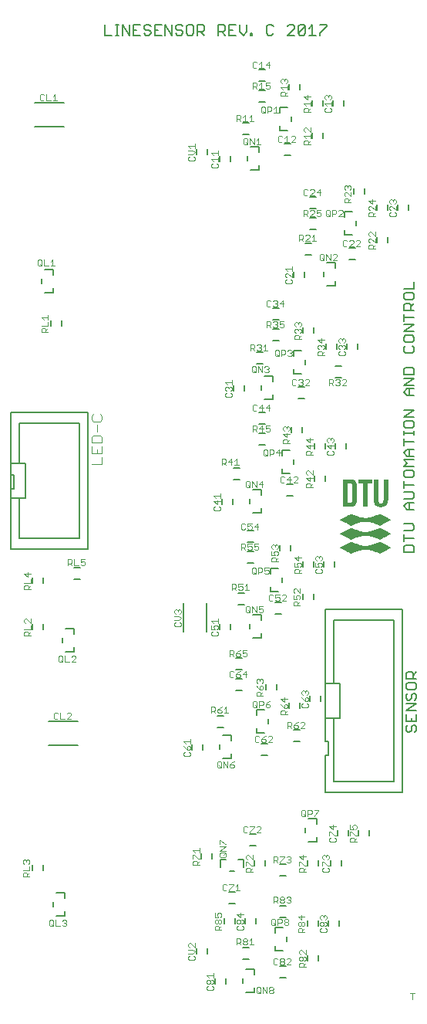
<source format=gto>
G75*
%MOIN*%
%OFA0B0*%
%FSLAX25Y25*%
%IPPOS*%
%LPD*%
%AMOC8*
5,1,8,0,0,1.08239X$1,22.5*
%
%ADD10C,0.00500*%
%ADD11C,0.00300*%
%ADD12C,0.00600*%
%ADD13C,0.00800*%
%ADD14R,0.00059X0.00059*%
%ADD15R,0.00354X0.00059*%
%ADD16R,0.00591X0.00059*%
%ADD17R,0.00886X0.00059*%
%ADD18R,0.01122X0.00059*%
%ADD19R,0.01417X0.00059*%
%ADD20R,0.01594X0.00059*%
%ADD21R,0.01890X0.00059*%
%ADD22R,0.02185X0.00059*%
%ADD23R,0.02421X0.00059*%
%ADD24R,0.02717X0.00059*%
%ADD25R,0.03012X0.00059*%
%ADD26R,0.03307X0.00059*%
%ADD27R,0.03543X0.00059*%
%ADD28R,0.03839X0.00059*%
%ADD29R,0.04134X0.00059*%
%ADD30R,0.04429X0.00059*%
%ADD31R,0.04665X0.00059*%
%ADD32R,0.04902X0.00059*%
%ADD33R,0.05197X0.00059*%
%ADD34R,0.05492X0.00059*%
%ADD35R,0.05846X0.00059*%
%ADD36R,0.06142X0.00059*%
%ADD37R,0.06437X0.00059*%
%ADD38R,0.06791X0.00059*%
%ADD39R,0.07146X0.00059*%
%ADD40R,0.07559X0.00059*%
%ADD41R,0.07913X0.00059*%
%ADD42R,0.08327X0.00059*%
%ADD43R,0.08386X0.00059*%
%ADD44R,0.08976X0.00059*%
%ADD45R,0.19311X0.00059*%
%ADD46R,0.19547X0.00059*%
%ADD47R,0.19783X0.00059*%
%ADD48R,0.20020X0.00059*%
%ADD49R,0.20256X0.00059*%
%ADD50R,0.20492X0.00059*%
%ADD51R,0.20728X0.00059*%
%ADD52R,0.20906X0.00059*%
%ADD53R,0.21083X0.00059*%
%ADD54R,0.21319X0.00059*%
%ADD55R,0.21555X0.00059*%
%ADD56R,0.21673X0.00059*%
%ADD57R,0.20846X0.00059*%
%ADD58R,0.20610X0.00059*%
%ADD59R,0.20374X0.00059*%
%ADD60R,0.20138X0.00059*%
%ADD61R,0.19902X0.00059*%
%ADD62R,0.19665X0.00059*%
%ADD63R,0.19429X0.00059*%
%ADD64R,0.19193X0.00059*%
%ADD65R,0.08622X0.00059*%
%ADD66R,0.08681X0.00059*%
%ADD67R,0.08150X0.00059*%
%ADD68R,0.07736X0.00059*%
%ADD69R,0.07382X0.00059*%
%ADD70R,0.07323X0.00059*%
%ADD71R,0.07028X0.00059*%
%ADD72R,0.06969X0.00059*%
%ADD73R,0.06673X0.00059*%
%ADD74R,0.06319X0.00059*%
%ADD75R,0.06024X0.00059*%
%ADD76R,0.05669X0.00059*%
%ADD77R,0.05374X0.00059*%
%ADD78R,0.05079X0.00059*%
%ADD79R,0.04783X0.00059*%
%ADD80R,0.04547X0.00059*%
%ADD81R,0.04252X0.00059*%
%ADD82R,0.04016X0.00059*%
%ADD83R,0.03957X0.00059*%
%ADD84R,0.03720X0.00059*%
%ADD85R,0.03425X0.00059*%
%ADD86R,0.03130X0.00059*%
%ADD87R,0.02894X0.00059*%
%ADD88R,0.02598X0.00059*%
%ADD89R,0.02303X0.00059*%
%ADD90R,0.02362X0.00059*%
%ADD91R,0.02126X0.00059*%
%ADD92R,0.01831X0.00059*%
%ADD93R,0.01535X0.00059*%
%ADD94R,0.01299X0.00059*%
%ADD95R,0.01004X0.00059*%
%ADD96R,0.00709X0.00059*%
%ADD97R,0.00472X0.00059*%
%ADD98R,0.00177X0.00059*%
%ADD99R,0.00295X0.00059*%
%ADD100R,0.00827X0.00059*%
%ADD101R,0.01358X0.00059*%
%ADD102R,0.04311X0.00059*%
%ADD103R,0.04606X0.00059*%
%ADD104R,0.05787X0.00059*%
%ADD105R,0.07500X0.00059*%
%ADD106R,0.07854X0.00059*%
%ADD107R,0.08917X0.00059*%
%ADD108R,0.20965X0.00059*%
%ADD109R,0.19252X0.00059*%
%ADD110R,0.08209X0.00059*%
%ADD111R,0.04843X0.00059*%
%ADD112R,0.03189X0.00059*%
%ADD113R,0.00768X0.00059*%
%ADD114R,0.00236X0.00059*%
%ADD115R,0.01063X0.00059*%
%ADD116R,0.03248X0.00059*%
%ADD117R,0.07441X0.00059*%
%ADD118R,0.08268X0.00059*%
%ADD119R,0.08858X0.00059*%
%ADD120R,0.19488X0.00059*%
%ADD121R,0.08740X0.00059*%
%ADD122R,0.07795X0.00059*%
%ADD123R,0.05728X0.00059*%
%ADD124R,0.05138X0.00059*%
%ADD125R,0.02657X0.00059*%
%ADD126R,0.01772X0.00059*%
%ADD127R,0.02776X0.00059*%
%ADD128R,0.04193X0.00059*%
%ADD129R,0.03071X0.00059*%
%ADD130R,0.01949X0.00059*%
%ADD131R,0.04724X0.00059*%
%ADD132R,0.03780X0.00059*%
%ADD133R,0.03898X0.00059*%
%ADD134R,0.04075X0.00059*%
%ADD135R,0.05020X0.00059*%
%ADD136R,0.04370X0.00059*%
%ADD137R,0.04488X0.00059*%
%ADD138R,0.05256X0.00059*%
%ADD139R,0.05315X0.00059*%
%ADD140R,0.05433X0.00059*%
%ADD141R,0.05551X0.00059*%
%ADD142R,0.05610X0.00059*%
%ADD143R,0.02067X0.00059*%
%ADD144R,0.02008X0.00059*%
%ADD145R,0.02244X0.00059*%
%ADD146R,0.05906X0.00059*%
%ADD147R,0.04961X0.00059*%
%ADD148R,0.01713X0.00059*%
%ADD149R,0.03484X0.00059*%
%ADD150C,0.00400*%
D10*
X0021347Y0078414D02*
X0024697Y0078414D01*
X0024697Y0080714D01*
X0024697Y0086114D02*
X0024697Y0088414D01*
X0021347Y0088414D01*
X0019697Y0084414D02*
X0019697Y0082414D01*
X0025347Y0192414D02*
X0028697Y0192414D01*
X0028697Y0194714D01*
X0028697Y0200114D02*
X0028697Y0202414D01*
X0025347Y0202414D01*
X0023697Y0198414D02*
X0023697Y0196414D01*
X0019697Y0347414D02*
X0016347Y0347414D01*
X0019697Y0347414D02*
X0019697Y0349714D01*
X0019697Y0355114D02*
X0019697Y0357414D01*
X0016347Y0357414D01*
X0014697Y0353414D02*
X0014697Y0351414D01*
X0042222Y0458664D02*
X0045224Y0458664D01*
X0046826Y0458664D02*
X0048327Y0458664D01*
X0047576Y0458664D02*
X0047576Y0463168D01*
X0046826Y0463168D02*
X0048327Y0463168D01*
X0049895Y0463168D02*
X0049895Y0458664D01*
X0052898Y0458664D02*
X0049895Y0463168D01*
X0052898Y0463168D02*
X0052898Y0458664D01*
X0054499Y0458664D02*
X0054499Y0463168D01*
X0057502Y0463168D01*
X0059103Y0462417D02*
X0059103Y0461666D01*
X0059854Y0460916D01*
X0061355Y0460916D01*
X0062105Y0460165D01*
X0062105Y0459415D01*
X0061355Y0458664D01*
X0059854Y0458664D01*
X0059103Y0459415D01*
X0057502Y0458664D02*
X0054499Y0458664D01*
X0054499Y0460916D02*
X0056000Y0460916D01*
X0059103Y0462417D02*
X0059854Y0463168D01*
X0061355Y0463168D01*
X0062105Y0462417D01*
X0063707Y0463168D02*
X0063707Y0458664D01*
X0066709Y0458664D01*
X0068311Y0458664D02*
X0068311Y0463168D01*
X0071313Y0458664D01*
X0071313Y0463168D01*
X0072915Y0462417D02*
X0072915Y0461666D01*
X0073665Y0460916D01*
X0075167Y0460916D01*
X0075917Y0460165D01*
X0075917Y0459415D01*
X0075167Y0458664D01*
X0073665Y0458664D01*
X0072915Y0459415D01*
X0072915Y0462417D02*
X0073665Y0463168D01*
X0075167Y0463168D01*
X0075917Y0462417D01*
X0077519Y0462417D02*
X0077519Y0459415D01*
X0078269Y0458664D01*
X0079771Y0458664D01*
X0080521Y0459415D01*
X0080521Y0462417D01*
X0079771Y0463168D01*
X0078269Y0463168D01*
X0077519Y0462417D01*
X0082123Y0463168D02*
X0082123Y0458664D01*
X0082123Y0460165D02*
X0084374Y0460165D01*
X0085125Y0460916D01*
X0085125Y0462417D01*
X0084374Y0463168D01*
X0082123Y0463168D01*
X0083624Y0460165D02*
X0085125Y0458664D01*
X0091330Y0458664D02*
X0091330Y0463168D01*
X0093582Y0463168D01*
X0094333Y0462417D01*
X0094333Y0460916D01*
X0093582Y0460165D01*
X0091330Y0460165D01*
X0092832Y0460165D02*
X0094333Y0458664D01*
X0095934Y0458664D02*
X0098937Y0458664D01*
X0100538Y0460165D02*
X0102040Y0458664D01*
X0103541Y0460165D01*
X0103541Y0463168D01*
X0105142Y0459415D02*
X0105893Y0459415D01*
X0105893Y0458664D01*
X0105142Y0458664D01*
X0105142Y0459415D01*
X0100538Y0460165D02*
X0100538Y0463168D01*
X0098937Y0463168D02*
X0095934Y0463168D01*
X0095934Y0458664D01*
X0095934Y0460916D02*
X0097436Y0460916D01*
X0112048Y0462417D02*
X0112048Y0459415D01*
X0112799Y0458664D01*
X0114300Y0458664D01*
X0115051Y0459415D01*
X0115051Y0462417D02*
X0114300Y0463168D01*
X0112799Y0463168D01*
X0112048Y0462417D01*
X0121256Y0462417D02*
X0122007Y0463168D01*
X0123508Y0463168D01*
X0124258Y0462417D01*
X0124258Y0461666D01*
X0121256Y0458664D01*
X0124258Y0458664D01*
X0125860Y0459415D02*
X0125860Y0462417D01*
X0126610Y0463168D01*
X0128112Y0463168D01*
X0128862Y0462417D01*
X0125860Y0459415D01*
X0126610Y0458664D01*
X0128112Y0458664D01*
X0128862Y0459415D01*
X0128862Y0462417D01*
X0130464Y0461666D02*
X0131965Y0463168D01*
X0131965Y0458664D01*
X0130464Y0458664D02*
X0133466Y0458664D01*
X0135068Y0458664D02*
X0135068Y0459415D01*
X0138070Y0462417D01*
X0138070Y0463168D01*
X0135068Y0463168D01*
X0121047Y0427414D02*
X0117697Y0427414D01*
X0117697Y0425114D01*
X0117697Y0419714D02*
X0117697Y0417414D01*
X0121047Y0417414D01*
X0122697Y0421414D02*
X0122697Y0423414D01*
X0108697Y0410414D02*
X0108697Y0408114D01*
X0108697Y0410414D02*
X0105347Y0410414D01*
X0103697Y0406414D02*
X0103697Y0404414D01*
X0105347Y0400414D02*
X0108697Y0400414D01*
X0108697Y0402714D01*
X0136697Y0356414D02*
X0136697Y0354414D01*
X0138347Y0350414D02*
X0141697Y0350414D01*
X0141697Y0352714D01*
X0141697Y0358114D02*
X0141697Y0360414D01*
X0138347Y0360414D01*
X0145697Y0372414D02*
X0145697Y0374714D01*
X0145697Y0372414D02*
X0149047Y0372414D01*
X0150697Y0376414D02*
X0150697Y0378414D01*
X0149047Y0382414D02*
X0145697Y0382414D01*
X0145697Y0380114D01*
X0127047Y0322414D02*
X0123697Y0322414D01*
X0123697Y0320114D01*
X0123697Y0314714D02*
X0123697Y0312414D01*
X0127047Y0312414D01*
X0128697Y0316414D02*
X0128697Y0318414D01*
X0114697Y0311414D02*
X0114697Y0309114D01*
X0114697Y0311414D02*
X0111347Y0311414D01*
X0109697Y0307414D02*
X0109697Y0305414D01*
X0111347Y0301414D02*
X0114697Y0301414D01*
X0114697Y0303714D01*
X0118697Y0279414D02*
X0122047Y0279414D01*
X0123697Y0275414D02*
X0123697Y0273414D01*
X0122047Y0269414D02*
X0118697Y0269414D01*
X0118697Y0271714D01*
X0118697Y0277114D02*
X0118697Y0279414D01*
X0109697Y0262414D02*
X0109697Y0260114D01*
X0109697Y0262414D02*
X0106347Y0262414D01*
X0104697Y0258414D02*
X0104697Y0256414D01*
X0106347Y0252414D02*
X0109697Y0252414D01*
X0109697Y0254714D01*
X0113697Y0228414D02*
X0117047Y0228414D01*
X0118697Y0224414D02*
X0118697Y0222414D01*
X0117047Y0218414D02*
X0113697Y0218414D01*
X0113697Y0220714D01*
X0113697Y0226114D02*
X0113697Y0228414D01*
X0109697Y0208414D02*
X0106347Y0208414D01*
X0104697Y0204414D02*
X0104697Y0202414D01*
X0106347Y0198414D02*
X0109697Y0198414D01*
X0109697Y0200714D01*
X0109697Y0206114D02*
X0109697Y0208414D01*
X0111047Y0167414D02*
X0107697Y0167414D01*
X0107697Y0165114D01*
X0107697Y0159714D02*
X0107697Y0157414D01*
X0111047Y0157414D01*
X0112697Y0161414D02*
X0112697Y0163414D01*
X0096697Y0156414D02*
X0096697Y0154114D01*
X0096697Y0156414D02*
X0093347Y0156414D01*
X0091697Y0152414D02*
X0091697Y0150414D01*
X0093347Y0146414D02*
X0096697Y0146414D01*
X0096697Y0148714D01*
X0094497Y0102914D02*
X0092197Y0102914D01*
X0092197Y0099564D01*
X0096197Y0097914D02*
X0098197Y0097914D01*
X0099897Y0102914D02*
X0102197Y0102914D01*
X0102197Y0099564D01*
X0115697Y0073414D02*
X0115697Y0071114D01*
X0115697Y0073414D02*
X0119047Y0073414D01*
X0120697Y0069414D02*
X0120697Y0067414D01*
X0119047Y0063414D02*
X0115697Y0063414D01*
X0115697Y0065714D01*
X0106697Y0055414D02*
X0106697Y0053114D01*
X0106697Y0055414D02*
X0103347Y0055414D01*
X0101697Y0051414D02*
X0101697Y0049414D01*
X0103347Y0045414D02*
X0106697Y0045414D01*
X0106697Y0047714D01*
X0130347Y0110414D02*
X0133697Y0110414D01*
X0133697Y0112714D01*
X0133697Y0118114D02*
X0133697Y0120414D01*
X0130347Y0120414D01*
X0128697Y0116414D02*
X0128697Y0114414D01*
X0172443Y0158603D02*
X0173194Y0157852D01*
X0173944Y0157852D01*
X0174695Y0158603D01*
X0174695Y0160104D01*
X0175446Y0160855D01*
X0176196Y0160855D01*
X0176947Y0160104D01*
X0176947Y0158603D01*
X0176196Y0157852D01*
X0176947Y0162456D02*
X0176947Y0165459D01*
X0176947Y0167060D02*
X0172443Y0167060D01*
X0176947Y0170062D01*
X0172443Y0170062D01*
X0173194Y0171664D02*
X0173944Y0171664D01*
X0174695Y0172414D01*
X0174695Y0173916D01*
X0175446Y0174666D01*
X0176196Y0174666D01*
X0176947Y0173916D01*
X0176947Y0172414D01*
X0176196Y0171664D01*
X0176196Y0176268D02*
X0176947Y0177018D01*
X0176947Y0178520D01*
X0176196Y0179270D01*
X0173194Y0179270D01*
X0172443Y0178520D01*
X0172443Y0177018D01*
X0173194Y0176268D01*
X0176196Y0176268D01*
X0175446Y0180872D02*
X0175446Y0183124D01*
X0174695Y0183874D01*
X0173194Y0183874D01*
X0172443Y0183124D01*
X0172443Y0180872D01*
X0176947Y0180872D01*
X0175446Y0182373D02*
X0176947Y0183874D01*
X0173194Y0174666D02*
X0172443Y0173916D01*
X0172443Y0172414D01*
X0173194Y0171664D01*
X0172443Y0165459D02*
X0172443Y0162456D01*
X0176947Y0162456D01*
X0174695Y0162456D02*
X0174695Y0163957D01*
X0173194Y0160855D02*
X0172443Y0160104D01*
X0172443Y0158603D01*
X0171443Y0235580D02*
X0171443Y0237832D01*
X0172194Y0238583D01*
X0175196Y0238583D01*
X0175947Y0237832D01*
X0175947Y0235580D01*
X0171443Y0235580D01*
X0171443Y0240184D02*
X0171443Y0243187D01*
X0171443Y0241685D02*
X0175947Y0241685D01*
X0175196Y0244788D02*
X0175947Y0245539D01*
X0175947Y0247040D01*
X0175196Y0247790D01*
X0171443Y0247790D01*
X0171443Y0244788D02*
X0175196Y0244788D01*
X0175947Y0253996D02*
X0172944Y0253996D01*
X0171443Y0255497D01*
X0172944Y0256998D01*
X0175947Y0256998D01*
X0175196Y0258600D02*
X0175947Y0259350D01*
X0175947Y0260852D01*
X0175196Y0261602D01*
X0171443Y0261602D01*
X0171443Y0263204D02*
X0171443Y0266206D01*
X0171443Y0264705D02*
X0175947Y0264705D01*
X0175196Y0267808D02*
X0175947Y0268558D01*
X0175947Y0270059D01*
X0175196Y0270810D01*
X0172194Y0270810D01*
X0171443Y0270059D01*
X0171443Y0268558D01*
X0172194Y0267808D01*
X0175196Y0267808D01*
X0175947Y0272411D02*
X0171443Y0272411D01*
X0172944Y0273913D01*
X0171443Y0275414D01*
X0175947Y0275414D01*
X0175947Y0277015D02*
X0172944Y0277015D01*
X0171443Y0278517D01*
X0172944Y0280018D01*
X0175947Y0280018D01*
X0173695Y0280018D02*
X0173695Y0277015D01*
X0171443Y0281619D02*
X0171443Y0284622D01*
X0171443Y0283121D02*
X0175947Y0283121D01*
X0175947Y0286223D02*
X0175947Y0287725D01*
X0175947Y0286974D02*
X0171443Y0286974D01*
X0171443Y0286223D02*
X0171443Y0287725D01*
X0172194Y0289293D02*
X0175196Y0289293D01*
X0175947Y0290043D01*
X0175947Y0291544D01*
X0175196Y0292295D01*
X0172194Y0292295D01*
X0171443Y0291544D01*
X0171443Y0290043D01*
X0172194Y0289293D01*
X0171443Y0293896D02*
X0175947Y0296899D01*
X0171443Y0296899D01*
X0171443Y0293896D02*
X0175947Y0293896D01*
X0175947Y0303104D02*
X0172944Y0303104D01*
X0171443Y0304606D01*
X0172944Y0306107D01*
X0175947Y0306107D01*
X0175947Y0307708D02*
X0171443Y0307708D01*
X0175947Y0310711D01*
X0171443Y0310711D01*
X0171443Y0312312D02*
X0171443Y0314564D01*
X0172194Y0315315D01*
X0175196Y0315315D01*
X0175947Y0314564D01*
X0175947Y0312312D01*
X0171443Y0312312D01*
X0173695Y0306107D02*
X0173695Y0303104D01*
X0172194Y0321520D02*
X0175196Y0321520D01*
X0175947Y0322271D01*
X0175947Y0323772D01*
X0175196Y0324523D01*
X0175196Y0326124D02*
X0175947Y0326875D01*
X0175947Y0328376D01*
X0175196Y0329126D01*
X0172194Y0329126D01*
X0171443Y0328376D01*
X0171443Y0326875D01*
X0172194Y0326124D01*
X0175196Y0326124D01*
X0175947Y0330728D02*
X0171443Y0330728D01*
X0175947Y0333730D01*
X0171443Y0333730D01*
X0171443Y0335332D02*
X0171443Y0338334D01*
X0171443Y0336833D02*
X0175947Y0336833D01*
X0175947Y0339936D02*
X0171443Y0339936D01*
X0171443Y0342188D01*
X0172194Y0342938D01*
X0173695Y0342938D01*
X0174446Y0342188D01*
X0174446Y0339936D01*
X0174446Y0341437D02*
X0175947Y0342938D01*
X0175196Y0344540D02*
X0175947Y0345290D01*
X0175947Y0346792D01*
X0175196Y0347542D01*
X0172194Y0347542D01*
X0171443Y0346792D01*
X0171443Y0345290D01*
X0172194Y0344540D01*
X0175196Y0344540D01*
X0175947Y0349144D02*
X0175947Y0352146D01*
X0175947Y0349144D02*
X0171443Y0349144D01*
X0172194Y0324523D02*
X0171443Y0323772D01*
X0171443Y0322271D01*
X0172194Y0321520D01*
X0171443Y0258600D02*
X0175196Y0258600D01*
X0173695Y0256998D02*
X0173695Y0253996D01*
X0066709Y0463168D02*
X0063707Y0463168D01*
X0063707Y0460916D02*
X0065208Y0460916D01*
X0042222Y0463168D02*
X0042222Y0458664D01*
D11*
X0018203Y0074514D02*
X0018654Y0074064D01*
X0019554Y0074064D01*
X0020005Y0074514D01*
X0020005Y0076316D01*
X0019554Y0076766D01*
X0018654Y0076766D01*
X0018203Y0076316D01*
X0018203Y0074514D01*
X0019104Y0074965D02*
X0020005Y0074064D01*
X0020966Y0074064D02*
X0022767Y0074064D01*
X0023728Y0074514D02*
X0024178Y0074064D01*
X0025079Y0074064D01*
X0025530Y0074514D01*
X0025530Y0074965D01*
X0025079Y0075415D01*
X0024629Y0075415D01*
X0025079Y0075415D02*
X0025530Y0075865D01*
X0025530Y0076316D01*
X0025079Y0076766D01*
X0024178Y0076766D01*
X0023728Y0076316D01*
X0020966Y0076766D02*
X0020966Y0074064D01*
X0009547Y0095420D02*
X0006845Y0095420D01*
X0006845Y0096771D01*
X0007295Y0097222D01*
X0008196Y0097222D01*
X0008646Y0096771D01*
X0008646Y0095420D01*
X0008646Y0096321D02*
X0009547Y0097222D01*
X0009547Y0098183D02*
X0009547Y0099984D01*
X0009096Y0100945D02*
X0009547Y0101395D01*
X0009547Y0102296D01*
X0009096Y0102747D01*
X0008646Y0102747D01*
X0008196Y0102296D01*
X0008196Y0101846D01*
X0008196Y0102296D02*
X0007745Y0102747D01*
X0007295Y0102747D01*
X0006845Y0102296D01*
X0006845Y0101395D01*
X0007295Y0100945D01*
X0006845Y0098183D02*
X0009547Y0098183D01*
X0020654Y0163564D02*
X0021554Y0163564D01*
X0022005Y0164014D01*
X0022966Y0163564D02*
X0024767Y0163564D01*
X0025728Y0163564D02*
X0027530Y0165365D01*
X0027530Y0165816D01*
X0027079Y0166266D01*
X0026178Y0166266D01*
X0025728Y0165816D01*
X0025728Y0163564D02*
X0027530Y0163564D01*
X0022966Y0163564D02*
X0022966Y0166266D01*
X0022005Y0165816D02*
X0021554Y0166266D01*
X0020654Y0166266D01*
X0020203Y0165816D01*
X0020203Y0164014D01*
X0020654Y0163564D01*
X0022654Y0188064D02*
X0022203Y0188514D01*
X0022203Y0190316D01*
X0022654Y0190766D01*
X0023554Y0190766D01*
X0024005Y0190316D01*
X0024005Y0188514D01*
X0023554Y0188064D01*
X0022654Y0188064D01*
X0023104Y0188965D02*
X0024005Y0188064D01*
X0024966Y0188064D02*
X0026767Y0188064D01*
X0027728Y0188064D02*
X0029530Y0189865D01*
X0029530Y0190316D01*
X0029079Y0190766D01*
X0028178Y0190766D01*
X0027728Y0190316D01*
X0027728Y0188064D02*
X0029530Y0188064D01*
X0024966Y0188064D02*
X0024966Y0190766D01*
X0010047Y0199420D02*
X0007345Y0199420D01*
X0007345Y0200771D01*
X0007795Y0201222D01*
X0008696Y0201222D01*
X0009146Y0200771D01*
X0009146Y0199420D01*
X0009146Y0200321D02*
X0010047Y0201222D01*
X0010047Y0202183D02*
X0010047Y0203984D01*
X0010047Y0204945D02*
X0008245Y0206747D01*
X0007795Y0206747D01*
X0007345Y0206296D01*
X0007345Y0205395D01*
X0007795Y0204945D01*
X0010047Y0204945D02*
X0010047Y0206747D01*
X0010047Y0202183D02*
X0007345Y0202183D01*
X0007345Y0219420D02*
X0007345Y0220771D01*
X0007795Y0221222D01*
X0008696Y0221222D01*
X0009146Y0220771D01*
X0009146Y0219420D01*
X0010047Y0219420D02*
X0007345Y0219420D01*
X0009146Y0220321D02*
X0010047Y0221222D01*
X0010047Y0222183D02*
X0010047Y0223984D01*
X0008696Y0224945D02*
X0008696Y0226747D01*
X0010047Y0226296D02*
X0007345Y0226296D01*
X0008696Y0224945D01*
X0007345Y0222183D02*
X0010047Y0222183D01*
X0026203Y0229814D02*
X0026203Y0232516D01*
X0027554Y0232516D01*
X0028005Y0232066D01*
X0028005Y0231165D01*
X0027554Y0230715D01*
X0026203Y0230715D01*
X0027104Y0230715D02*
X0028005Y0229814D01*
X0028966Y0229814D02*
X0030767Y0229814D01*
X0031728Y0230264D02*
X0032178Y0229814D01*
X0033079Y0229814D01*
X0033530Y0230264D01*
X0033530Y0231165D01*
X0033079Y0231615D01*
X0032629Y0231615D01*
X0031728Y0231165D01*
X0031728Y0232516D01*
X0033530Y0232516D01*
X0028966Y0232516D02*
X0028966Y0229814D01*
X0017547Y0330420D02*
X0014845Y0330420D01*
X0014845Y0331771D01*
X0015295Y0332222D01*
X0016196Y0332222D01*
X0016646Y0331771D01*
X0016646Y0330420D01*
X0016646Y0331321D02*
X0017547Y0332222D01*
X0017547Y0333183D02*
X0017547Y0334984D01*
X0017547Y0335945D02*
X0017547Y0337747D01*
X0017547Y0336846D02*
X0014845Y0336846D01*
X0015745Y0335945D01*
X0014845Y0333183D02*
X0017547Y0333183D01*
X0017767Y0359064D02*
X0015966Y0359064D01*
X0015966Y0361766D01*
X0015005Y0361316D02*
X0015005Y0359514D01*
X0014554Y0359064D01*
X0013654Y0359064D01*
X0013203Y0359514D01*
X0013203Y0361316D01*
X0013654Y0361766D01*
X0014554Y0361766D01*
X0015005Y0361316D01*
X0014104Y0359965D02*
X0015005Y0359064D01*
X0018728Y0359064D02*
X0020530Y0359064D01*
X0019629Y0359064D02*
X0019629Y0361766D01*
X0018728Y0360865D01*
X0018767Y0430564D02*
X0016966Y0430564D01*
X0016966Y0433266D01*
X0016005Y0432816D02*
X0015554Y0433266D01*
X0014654Y0433266D01*
X0014203Y0432816D01*
X0014203Y0431014D01*
X0014654Y0430564D01*
X0015554Y0430564D01*
X0016005Y0431014D01*
X0019728Y0430564D02*
X0021530Y0430564D01*
X0020629Y0430564D02*
X0020629Y0433266D01*
X0019728Y0432365D01*
X0078345Y0410846D02*
X0081047Y0410846D01*
X0081047Y0409945D02*
X0081047Y0411747D01*
X0079245Y0409945D02*
X0078345Y0410846D01*
X0078345Y0408984D02*
X0080146Y0408984D01*
X0081047Y0408083D01*
X0080146Y0407183D01*
X0078345Y0407183D01*
X0078795Y0406222D02*
X0078345Y0405771D01*
X0078345Y0404871D01*
X0078795Y0404420D01*
X0080596Y0404420D01*
X0081047Y0404871D01*
X0081047Y0405771D01*
X0080596Y0406222D01*
X0088345Y0405083D02*
X0091047Y0405083D01*
X0091047Y0404183D02*
X0091047Y0405984D01*
X0091047Y0406945D02*
X0091047Y0408747D01*
X0091047Y0407846D02*
X0088345Y0407846D01*
X0089245Y0406945D01*
X0088345Y0405083D02*
X0089245Y0404183D01*
X0088795Y0403222D02*
X0088345Y0402771D01*
X0088345Y0401871D01*
X0088795Y0401420D01*
X0090596Y0401420D01*
X0091047Y0401871D01*
X0091047Y0402771D01*
X0090596Y0403222D01*
X0099203Y0421564D02*
X0099203Y0424266D01*
X0100554Y0424266D01*
X0101005Y0423816D01*
X0101005Y0422915D01*
X0100554Y0422465D01*
X0099203Y0422465D01*
X0100104Y0422465D02*
X0101005Y0421564D01*
X0101966Y0421564D02*
X0103767Y0421564D01*
X0102866Y0421564D02*
X0102866Y0424266D01*
X0101966Y0423365D01*
X0104728Y0423365D02*
X0105629Y0424266D01*
X0105629Y0421564D01*
X0104728Y0421564D02*
X0106530Y0421564D01*
X0106767Y0414266D02*
X0106767Y0411564D01*
X0104966Y0414266D01*
X0104966Y0411564D01*
X0104005Y0411564D02*
X0103104Y0412465D01*
X0102654Y0411564D02*
X0102203Y0412014D01*
X0102203Y0413816D01*
X0102654Y0414266D01*
X0103554Y0414266D01*
X0104005Y0413816D01*
X0104005Y0412014D01*
X0103554Y0411564D01*
X0102654Y0411564D01*
X0107728Y0411564D02*
X0109530Y0411564D01*
X0108629Y0411564D02*
X0108629Y0414266D01*
X0107728Y0413365D01*
X0110154Y0425064D02*
X0109703Y0425514D01*
X0109703Y0427316D01*
X0110154Y0427766D01*
X0111054Y0427766D01*
X0111505Y0427316D01*
X0111505Y0425514D01*
X0111054Y0425064D01*
X0110154Y0425064D01*
X0110604Y0425965D02*
X0111505Y0425064D01*
X0112466Y0425064D02*
X0112466Y0427766D01*
X0113817Y0427766D01*
X0114267Y0427316D01*
X0114267Y0426415D01*
X0113817Y0425965D01*
X0112466Y0425965D01*
X0115228Y0426865D02*
X0116129Y0427766D01*
X0116129Y0425064D01*
X0115228Y0425064D02*
X0117030Y0425064D01*
X0118345Y0432420D02*
X0118345Y0433771D01*
X0118795Y0434222D01*
X0119696Y0434222D01*
X0120146Y0433771D01*
X0120146Y0432420D01*
X0121047Y0432420D02*
X0118345Y0432420D01*
X0120146Y0433321D02*
X0121047Y0434222D01*
X0121047Y0435183D02*
X0121047Y0436984D01*
X0121047Y0436083D02*
X0118345Y0436083D01*
X0119245Y0435183D01*
X0118795Y0437945D02*
X0118345Y0438395D01*
X0118345Y0439296D01*
X0118795Y0439747D01*
X0119245Y0439747D01*
X0119696Y0439296D01*
X0120146Y0439747D01*
X0120596Y0439747D01*
X0121047Y0439296D01*
X0121047Y0438395D01*
X0120596Y0437945D01*
X0119696Y0438846D02*
X0119696Y0439296D01*
X0113530Y0438266D02*
X0111728Y0438266D01*
X0111728Y0436915D01*
X0112629Y0437365D01*
X0113079Y0437365D01*
X0113530Y0436915D01*
X0113530Y0436014D01*
X0113079Y0435564D01*
X0112178Y0435564D01*
X0111728Y0436014D01*
X0110767Y0435564D02*
X0108966Y0435564D01*
X0109866Y0435564D02*
X0109866Y0438266D01*
X0108966Y0437365D01*
X0108005Y0436915D02*
X0107554Y0436465D01*
X0106203Y0436465D01*
X0107104Y0436465D02*
X0108005Y0435564D01*
X0108005Y0436915D02*
X0108005Y0437816D01*
X0107554Y0438266D01*
X0106203Y0438266D01*
X0106203Y0435564D01*
X0106654Y0444564D02*
X0107554Y0444564D01*
X0108005Y0445014D01*
X0108966Y0444564D02*
X0110767Y0444564D01*
X0109866Y0444564D02*
X0109866Y0447266D01*
X0108966Y0446365D01*
X0108005Y0446816D02*
X0107554Y0447266D01*
X0106654Y0447266D01*
X0106203Y0446816D01*
X0106203Y0445014D01*
X0106654Y0444564D01*
X0111728Y0445915D02*
X0113530Y0445915D01*
X0113079Y0444564D02*
X0113079Y0447266D01*
X0111728Y0445915D01*
X0117654Y0415266D02*
X0117203Y0414816D01*
X0117203Y0413014D01*
X0117654Y0412564D01*
X0118554Y0412564D01*
X0119005Y0413014D01*
X0119966Y0412564D02*
X0121767Y0412564D01*
X0120866Y0412564D02*
X0120866Y0415266D01*
X0119966Y0414365D01*
X0119005Y0414816D02*
X0118554Y0415266D01*
X0117654Y0415266D01*
X0122728Y0414816D02*
X0123178Y0415266D01*
X0124079Y0415266D01*
X0124530Y0414816D01*
X0124530Y0414365D01*
X0122728Y0412564D01*
X0124530Y0412564D01*
X0128345Y0412771D02*
X0128345Y0411420D01*
X0131047Y0411420D01*
X0130146Y0411420D02*
X0130146Y0412771D01*
X0129696Y0413222D01*
X0128795Y0413222D01*
X0128345Y0412771D01*
X0129245Y0414183D02*
X0128345Y0415083D01*
X0131047Y0415083D01*
X0131047Y0414183D02*
X0131047Y0415984D01*
X0131047Y0416945D02*
X0129245Y0418747D01*
X0128795Y0418747D01*
X0128345Y0418296D01*
X0128345Y0417395D01*
X0128795Y0416945D01*
X0131047Y0416945D02*
X0131047Y0418747D01*
X0131047Y0413222D02*
X0130146Y0412321D01*
X0130146Y0425420D02*
X0130146Y0426771D01*
X0129696Y0427222D01*
X0128795Y0427222D01*
X0128345Y0426771D01*
X0128345Y0425420D01*
X0131047Y0425420D01*
X0130146Y0426321D02*
X0131047Y0427222D01*
X0131047Y0428183D02*
X0131047Y0429984D01*
X0131047Y0429083D02*
X0128345Y0429083D01*
X0129245Y0428183D01*
X0129696Y0430945D02*
X0129696Y0432747D01*
X0131047Y0432296D02*
X0128345Y0432296D01*
X0129696Y0430945D01*
X0137345Y0431395D02*
X0137345Y0432296D01*
X0137795Y0432747D01*
X0138245Y0432747D01*
X0138696Y0432296D01*
X0139146Y0432747D01*
X0139596Y0432747D01*
X0140047Y0432296D01*
X0140047Y0431395D01*
X0139596Y0430945D01*
X0140047Y0429984D02*
X0140047Y0428183D01*
X0140047Y0429083D02*
X0137345Y0429083D01*
X0138245Y0428183D01*
X0137795Y0427222D02*
X0137345Y0426771D01*
X0137345Y0425871D01*
X0137795Y0425420D01*
X0139596Y0425420D01*
X0140047Y0425871D01*
X0140047Y0426771D01*
X0139596Y0427222D01*
X0137795Y0430945D02*
X0137345Y0431395D01*
X0138696Y0431846D02*
X0138696Y0432296D01*
X0146295Y0393747D02*
X0146745Y0393747D01*
X0147196Y0393296D01*
X0147646Y0393747D01*
X0148096Y0393747D01*
X0148547Y0393296D01*
X0148547Y0392395D01*
X0148096Y0391945D01*
X0148547Y0390984D02*
X0148547Y0389183D01*
X0146745Y0390984D01*
X0146295Y0390984D01*
X0145845Y0390534D01*
X0145845Y0389633D01*
X0146295Y0389183D01*
X0146295Y0388222D02*
X0147196Y0388222D01*
X0147646Y0387771D01*
X0147646Y0386420D01*
X0148547Y0386420D02*
X0145845Y0386420D01*
X0145845Y0387771D01*
X0146295Y0388222D01*
X0147646Y0387321D02*
X0148547Y0388222D01*
X0146295Y0391945D02*
X0145845Y0392395D01*
X0145845Y0393296D01*
X0146295Y0393747D01*
X0147196Y0393296D02*
X0147196Y0392846D01*
X0144579Y0383266D02*
X0143678Y0383266D01*
X0143228Y0382816D01*
X0142267Y0382816D02*
X0142267Y0381915D01*
X0141817Y0381465D01*
X0140466Y0381465D01*
X0140466Y0380564D02*
X0140466Y0383266D01*
X0141817Y0383266D01*
X0142267Y0382816D01*
X0144579Y0383266D02*
X0145030Y0382816D01*
X0145030Y0382365D01*
X0143228Y0380564D01*
X0145030Y0380564D01*
X0145654Y0370266D02*
X0145203Y0369816D01*
X0145203Y0368014D01*
X0145654Y0367564D01*
X0146554Y0367564D01*
X0147005Y0368014D01*
X0147966Y0367564D02*
X0149767Y0369365D01*
X0149767Y0369816D01*
X0149317Y0370266D01*
X0148416Y0370266D01*
X0147966Y0369816D01*
X0147005Y0369816D02*
X0146554Y0370266D01*
X0145654Y0370266D01*
X0147966Y0367564D02*
X0149767Y0367564D01*
X0150728Y0367564D02*
X0152530Y0369365D01*
X0152530Y0369816D01*
X0152079Y0370266D01*
X0151178Y0370266D01*
X0150728Y0369816D01*
X0150728Y0367564D02*
X0152530Y0367564D01*
X0156345Y0367771D02*
X0156795Y0368222D01*
X0157696Y0368222D01*
X0158146Y0367771D01*
X0158146Y0366420D01*
X0159047Y0366420D02*
X0156345Y0366420D01*
X0156345Y0367771D01*
X0156795Y0369183D02*
X0156345Y0369633D01*
X0156345Y0370534D01*
X0156795Y0370984D01*
X0157245Y0370984D01*
X0159047Y0369183D01*
X0159047Y0370984D01*
X0159047Y0371945D02*
X0157245Y0373747D01*
X0156795Y0373747D01*
X0156345Y0373296D01*
X0156345Y0372395D01*
X0156795Y0371945D01*
X0159047Y0371945D02*
X0159047Y0373747D01*
X0159047Y0368222D02*
X0158146Y0367321D01*
X0158146Y0380420D02*
X0158146Y0381771D01*
X0157696Y0382222D01*
X0156795Y0382222D01*
X0156345Y0381771D01*
X0156345Y0380420D01*
X0159047Y0380420D01*
X0158146Y0381321D02*
X0159047Y0382222D01*
X0159047Y0383183D02*
X0157245Y0384984D01*
X0156795Y0384984D01*
X0156345Y0384534D01*
X0156345Y0383633D01*
X0156795Y0383183D01*
X0159047Y0383183D02*
X0159047Y0384984D01*
X0157696Y0385945D02*
X0157696Y0387747D01*
X0159047Y0387296D02*
X0156345Y0387296D01*
X0157696Y0385945D01*
X0165345Y0386395D02*
X0165345Y0387296D01*
X0165795Y0387747D01*
X0166245Y0387747D01*
X0166696Y0387296D01*
X0167146Y0387747D01*
X0167596Y0387747D01*
X0168047Y0387296D01*
X0168047Y0386395D01*
X0167596Y0385945D01*
X0168047Y0384984D02*
X0168047Y0383183D01*
X0166245Y0384984D01*
X0165795Y0384984D01*
X0165345Y0384534D01*
X0165345Y0383633D01*
X0165795Y0383183D01*
X0165795Y0382222D02*
X0165345Y0381771D01*
X0165345Y0380871D01*
X0165795Y0380420D01*
X0167596Y0380420D01*
X0168047Y0380871D01*
X0168047Y0381771D01*
X0167596Y0382222D01*
X0165795Y0385945D02*
X0165345Y0386395D01*
X0166696Y0386846D02*
X0166696Y0387296D01*
X0145596Y0327747D02*
X0146047Y0327296D01*
X0146047Y0326395D01*
X0145596Y0325945D01*
X0145596Y0324984D02*
X0146047Y0324534D01*
X0146047Y0323633D01*
X0145596Y0323183D01*
X0145596Y0322222D02*
X0146047Y0321771D01*
X0146047Y0320871D01*
X0145596Y0320420D01*
X0143795Y0320420D01*
X0143345Y0320871D01*
X0143345Y0321771D01*
X0143795Y0322222D01*
X0143795Y0323183D02*
X0143345Y0323633D01*
X0143345Y0324534D01*
X0143795Y0324984D01*
X0144245Y0324984D01*
X0144696Y0324534D01*
X0145146Y0324984D01*
X0145596Y0324984D01*
X0144696Y0324534D02*
X0144696Y0324083D01*
X0143795Y0325945D02*
X0143345Y0326395D01*
X0143345Y0327296D01*
X0143795Y0327747D01*
X0144245Y0327747D01*
X0144696Y0327296D01*
X0145146Y0327747D01*
X0145596Y0327747D01*
X0144696Y0327296D02*
X0144696Y0326846D01*
X0145178Y0310266D02*
X0144728Y0309816D01*
X0145178Y0310266D02*
X0146079Y0310266D01*
X0146530Y0309816D01*
X0146530Y0309365D01*
X0144728Y0307564D01*
X0146530Y0307564D01*
X0143767Y0308014D02*
X0143767Y0308465D01*
X0143317Y0308915D01*
X0142866Y0308915D01*
X0143317Y0308915D02*
X0143767Y0309365D01*
X0143767Y0309816D01*
X0143317Y0310266D01*
X0142416Y0310266D01*
X0141966Y0309816D01*
X0141005Y0309816D02*
X0141005Y0308915D01*
X0140554Y0308465D01*
X0139203Y0308465D01*
X0140104Y0308465D02*
X0141005Y0307564D01*
X0141966Y0308014D02*
X0142416Y0307564D01*
X0143317Y0307564D01*
X0143767Y0308014D01*
X0141005Y0309816D02*
X0140554Y0310266D01*
X0139203Y0310266D01*
X0139203Y0307564D01*
X0137047Y0320420D02*
X0134345Y0320420D01*
X0134345Y0321771D01*
X0134795Y0322222D01*
X0135696Y0322222D01*
X0136146Y0321771D01*
X0136146Y0320420D01*
X0136146Y0321321D02*
X0137047Y0322222D01*
X0136596Y0323183D02*
X0137047Y0323633D01*
X0137047Y0324534D01*
X0136596Y0324984D01*
X0136146Y0324984D01*
X0135696Y0324534D01*
X0135696Y0324083D01*
X0135696Y0324534D02*
X0135245Y0324984D01*
X0134795Y0324984D01*
X0134345Y0324534D01*
X0134345Y0323633D01*
X0134795Y0323183D01*
X0135696Y0325945D02*
X0135696Y0327747D01*
X0137047Y0327296D02*
X0134345Y0327296D01*
X0135696Y0325945D01*
X0130079Y0310266D02*
X0129178Y0310266D01*
X0128728Y0309816D01*
X0127767Y0309816D02*
X0127767Y0309365D01*
X0127317Y0308915D01*
X0127767Y0308465D01*
X0127767Y0308014D01*
X0127317Y0307564D01*
X0126416Y0307564D01*
X0125966Y0308014D01*
X0125005Y0308014D02*
X0124554Y0307564D01*
X0123654Y0307564D01*
X0123203Y0308014D01*
X0123203Y0309816D01*
X0123654Y0310266D01*
X0124554Y0310266D01*
X0125005Y0309816D01*
X0125966Y0309816D02*
X0126416Y0310266D01*
X0127317Y0310266D01*
X0127767Y0309816D01*
X0127317Y0308915D02*
X0126866Y0308915D01*
X0128728Y0307564D02*
X0130530Y0309365D01*
X0130530Y0309816D01*
X0130079Y0310266D01*
X0130530Y0307564D02*
X0128728Y0307564D01*
X0122579Y0320064D02*
X0121678Y0320064D01*
X0121228Y0320514D01*
X0122129Y0321415D02*
X0122579Y0321415D01*
X0123030Y0320965D01*
X0123030Y0320514D01*
X0122579Y0320064D01*
X0122579Y0321415D02*
X0123030Y0321865D01*
X0123030Y0322316D01*
X0122579Y0322766D01*
X0121678Y0322766D01*
X0121228Y0322316D01*
X0120267Y0322316D02*
X0120267Y0321415D01*
X0119817Y0320965D01*
X0118466Y0320965D01*
X0118466Y0320064D02*
X0118466Y0322766D01*
X0119817Y0322766D01*
X0120267Y0322316D01*
X0117505Y0322316D02*
X0117505Y0320514D01*
X0117054Y0320064D01*
X0116154Y0320064D01*
X0115703Y0320514D01*
X0115703Y0322316D01*
X0116154Y0322766D01*
X0117054Y0322766D01*
X0117505Y0322316D01*
X0116604Y0320965D02*
X0117505Y0320064D01*
X0112530Y0322564D02*
X0110728Y0322564D01*
X0111629Y0322564D02*
X0111629Y0325266D01*
X0110728Y0324365D01*
X0109767Y0324365D02*
X0109317Y0323915D01*
X0109767Y0323465D01*
X0109767Y0323014D01*
X0109317Y0322564D01*
X0108416Y0322564D01*
X0107966Y0323014D01*
X0107005Y0322564D02*
X0106104Y0323465D01*
X0106554Y0323465D02*
X0105203Y0323465D01*
X0105203Y0322564D02*
X0105203Y0325266D01*
X0106554Y0325266D01*
X0107005Y0324816D01*
X0107005Y0323915D01*
X0106554Y0323465D01*
X0107966Y0324816D02*
X0108416Y0325266D01*
X0109317Y0325266D01*
X0109767Y0324816D01*
X0109767Y0324365D01*
X0109317Y0323915D02*
X0108866Y0323915D01*
X0108466Y0315766D02*
X0110267Y0313064D01*
X0110267Y0315766D01*
X0111228Y0315316D02*
X0111678Y0315766D01*
X0112579Y0315766D01*
X0113030Y0315316D01*
X0113030Y0314865D01*
X0112579Y0314415D01*
X0113030Y0313965D01*
X0113030Y0313514D01*
X0112579Y0313064D01*
X0111678Y0313064D01*
X0111228Y0313514D01*
X0112129Y0314415D02*
X0112579Y0314415D01*
X0108466Y0313064D02*
X0108466Y0315766D01*
X0107505Y0315316D02*
X0107505Y0313514D01*
X0107054Y0313064D01*
X0106154Y0313064D01*
X0105703Y0313514D01*
X0105703Y0315316D01*
X0106154Y0315766D01*
X0107054Y0315766D01*
X0107505Y0315316D01*
X0106604Y0313965D02*
X0107505Y0313064D01*
X0107554Y0299266D02*
X0106654Y0299266D01*
X0106203Y0298816D01*
X0106203Y0297014D01*
X0106654Y0296564D01*
X0107554Y0296564D01*
X0108005Y0297014D01*
X0108966Y0297915D02*
X0110317Y0299266D01*
X0110317Y0296564D01*
X0110767Y0297915D02*
X0108966Y0297915D01*
X0108005Y0298816D02*
X0107554Y0299266D01*
X0111728Y0297915D02*
X0113530Y0297915D01*
X0113079Y0296564D02*
X0113079Y0299266D01*
X0111728Y0297915D01*
X0111728Y0290266D02*
X0111728Y0288915D01*
X0112629Y0289365D01*
X0113079Y0289365D01*
X0113530Y0288915D01*
X0113530Y0288014D01*
X0113079Y0287564D01*
X0112178Y0287564D01*
X0111728Y0288014D01*
X0110767Y0288915D02*
X0108966Y0288915D01*
X0110317Y0290266D01*
X0110317Y0287564D01*
X0108005Y0287564D02*
X0107104Y0288465D01*
X0107554Y0288465D02*
X0106203Y0288465D01*
X0106203Y0287564D02*
X0106203Y0290266D01*
X0107554Y0290266D01*
X0108005Y0289816D01*
X0108005Y0288915D01*
X0107554Y0288465D01*
X0111728Y0290266D02*
X0113530Y0290266D01*
X0119345Y0289296D02*
X0119795Y0289747D01*
X0120245Y0289747D01*
X0120696Y0289296D01*
X0121146Y0289747D01*
X0121596Y0289747D01*
X0122047Y0289296D01*
X0122047Y0288395D01*
X0121596Y0287945D01*
X0120696Y0288846D02*
X0120696Y0289296D01*
X0119345Y0289296D02*
X0119345Y0288395D01*
X0119795Y0287945D01*
X0120696Y0286984D02*
X0120696Y0285183D01*
X0119345Y0286534D01*
X0122047Y0286534D01*
X0122047Y0284222D02*
X0121146Y0283321D01*
X0121146Y0283771D02*
X0121146Y0282420D01*
X0122047Y0282420D02*
X0119345Y0282420D01*
X0119345Y0283771D01*
X0119795Y0284222D01*
X0120696Y0284222D01*
X0121146Y0283771D01*
X0118030Y0278415D02*
X0116228Y0278415D01*
X0117579Y0279766D01*
X0117579Y0277064D01*
X0115267Y0278415D02*
X0114817Y0277965D01*
X0113466Y0277965D01*
X0113466Y0277064D02*
X0113466Y0279766D01*
X0114817Y0279766D01*
X0115267Y0279316D01*
X0115267Y0278415D01*
X0112505Y0277514D02*
X0112054Y0277064D01*
X0111154Y0277064D01*
X0110703Y0277514D01*
X0110703Y0279316D01*
X0111154Y0279766D01*
X0112054Y0279766D01*
X0112505Y0279316D01*
X0112505Y0277514D01*
X0112505Y0277064D02*
X0111604Y0277965D01*
X0110079Y0266266D02*
X0108728Y0264915D01*
X0110530Y0264915D01*
X0110079Y0263564D02*
X0110079Y0266266D01*
X0107767Y0266266D02*
X0107767Y0263564D01*
X0105966Y0266266D01*
X0105966Y0263564D01*
X0105005Y0263564D02*
X0104104Y0264465D01*
X0103654Y0263564D02*
X0103203Y0264014D01*
X0103203Y0265816D01*
X0103654Y0266266D01*
X0104554Y0266266D01*
X0105005Y0265816D01*
X0105005Y0264014D01*
X0104554Y0263564D01*
X0103654Y0263564D01*
X0100030Y0273064D02*
X0098228Y0273064D01*
X0099129Y0273064D02*
X0099129Y0275766D01*
X0098228Y0274865D01*
X0097267Y0274415D02*
X0095466Y0274415D01*
X0096817Y0275766D01*
X0096817Y0273064D01*
X0094505Y0273064D02*
X0093604Y0273965D01*
X0094054Y0273965D02*
X0092703Y0273965D01*
X0092703Y0273064D02*
X0092703Y0275766D01*
X0094054Y0275766D01*
X0094505Y0275316D01*
X0094505Y0274415D01*
X0094054Y0273965D01*
X0092047Y0260747D02*
X0092047Y0258945D01*
X0092047Y0259846D02*
X0089345Y0259846D01*
X0090245Y0258945D01*
X0090696Y0257984D02*
X0090696Y0256183D01*
X0089345Y0257534D01*
X0092047Y0257534D01*
X0091596Y0255222D02*
X0092047Y0254771D01*
X0092047Y0253871D01*
X0091596Y0253420D01*
X0089795Y0253420D01*
X0089345Y0253871D01*
X0089345Y0254771D01*
X0089795Y0255222D01*
X0101203Y0247566D02*
X0101203Y0245764D01*
X0101654Y0245314D01*
X0102554Y0245314D01*
X0103005Y0245764D01*
X0103966Y0245764D02*
X0104416Y0245314D01*
X0105317Y0245314D01*
X0105767Y0245764D01*
X0105767Y0246665D01*
X0105317Y0247115D01*
X0104866Y0247115D01*
X0103966Y0246665D01*
X0103966Y0248016D01*
X0105767Y0248016D01*
X0106728Y0246665D02*
X0108530Y0246665D01*
X0108079Y0245314D02*
X0108079Y0248016D01*
X0106728Y0246665D01*
X0103005Y0247566D02*
X0102554Y0248016D01*
X0101654Y0248016D01*
X0101203Y0247566D01*
X0101203Y0239266D02*
X0102554Y0239266D01*
X0103005Y0238816D01*
X0103005Y0237915D01*
X0102554Y0237465D01*
X0101203Y0237465D01*
X0102104Y0237465D02*
X0103005Y0236564D01*
X0103966Y0237014D02*
X0104416Y0236564D01*
X0105317Y0236564D01*
X0105767Y0237014D01*
X0105767Y0237915D01*
X0105317Y0238365D01*
X0104866Y0238365D01*
X0103966Y0237915D01*
X0103966Y0239266D01*
X0105767Y0239266D01*
X0106728Y0239266D02*
X0106728Y0237915D01*
X0107629Y0238365D01*
X0108079Y0238365D01*
X0108530Y0237915D01*
X0108530Y0237014D01*
X0108079Y0236564D01*
X0107178Y0236564D01*
X0106728Y0237014D01*
X0106728Y0239266D02*
X0108530Y0239266D01*
X0108466Y0228766D02*
X0109817Y0228766D01*
X0110267Y0228316D01*
X0110267Y0227415D01*
X0109817Y0226965D01*
X0108466Y0226965D01*
X0108466Y0226064D02*
X0108466Y0228766D01*
X0107505Y0228316D02*
X0107505Y0226514D01*
X0107054Y0226064D01*
X0106154Y0226064D01*
X0105703Y0226514D01*
X0105703Y0228316D01*
X0106154Y0228766D01*
X0107054Y0228766D01*
X0107505Y0228316D01*
X0106604Y0226965D02*
X0107505Y0226064D01*
X0111228Y0226514D02*
X0111678Y0226064D01*
X0112579Y0226064D01*
X0113030Y0226514D01*
X0113030Y0227415D01*
X0112579Y0227865D01*
X0112129Y0227865D01*
X0111228Y0227415D01*
X0111228Y0228766D01*
X0113030Y0228766D01*
X0114345Y0231420D02*
X0114345Y0232771D01*
X0114795Y0233222D01*
X0115696Y0233222D01*
X0116146Y0232771D01*
X0116146Y0231420D01*
X0117047Y0231420D02*
X0114345Y0231420D01*
X0116146Y0232321D02*
X0117047Y0233222D01*
X0116596Y0234183D02*
X0117047Y0234633D01*
X0117047Y0235534D01*
X0116596Y0235984D01*
X0115696Y0235984D01*
X0115245Y0235534D01*
X0115245Y0235083D01*
X0115696Y0234183D01*
X0114345Y0234183D01*
X0114345Y0235984D01*
X0114795Y0236945D02*
X0114345Y0237395D01*
X0114345Y0238296D01*
X0114795Y0238747D01*
X0115245Y0238747D01*
X0115696Y0238296D01*
X0116146Y0238747D01*
X0116596Y0238747D01*
X0117047Y0238296D01*
X0117047Y0237395D01*
X0116596Y0236945D01*
X0115696Y0237846D02*
X0115696Y0238296D01*
X0124345Y0233296D02*
X0125696Y0231945D01*
X0125696Y0233747D01*
X0127047Y0233296D02*
X0124345Y0233296D01*
X0124345Y0230984D02*
X0124345Y0229183D01*
X0125696Y0229183D01*
X0125245Y0230083D01*
X0125245Y0230534D01*
X0125696Y0230984D01*
X0126596Y0230984D01*
X0127047Y0230534D01*
X0127047Y0229633D01*
X0126596Y0229183D01*
X0127047Y0228222D02*
X0126146Y0227321D01*
X0126146Y0227771D02*
X0126146Y0226420D01*
X0127047Y0226420D02*
X0124345Y0226420D01*
X0124345Y0227771D01*
X0124795Y0228222D01*
X0125696Y0228222D01*
X0126146Y0227771D01*
X0126547Y0219747D02*
X0126547Y0217945D01*
X0124745Y0219747D01*
X0124295Y0219747D01*
X0123845Y0219296D01*
X0123845Y0218395D01*
X0124295Y0217945D01*
X0123845Y0216984D02*
X0123845Y0215183D01*
X0125196Y0215183D01*
X0124745Y0216083D01*
X0124745Y0216534D01*
X0125196Y0216984D01*
X0126096Y0216984D01*
X0126547Y0216534D01*
X0126547Y0215633D01*
X0126096Y0215183D01*
X0126547Y0214222D02*
X0125646Y0213321D01*
X0125646Y0213771D02*
X0125646Y0212420D01*
X0126547Y0212420D02*
X0123845Y0212420D01*
X0123845Y0213771D01*
X0124295Y0214222D01*
X0125196Y0214222D01*
X0125646Y0213771D01*
X0120530Y0214564D02*
X0118728Y0214564D01*
X0120530Y0216365D01*
X0120530Y0216816D01*
X0120079Y0217266D01*
X0119178Y0217266D01*
X0118728Y0216816D01*
X0117767Y0217266D02*
X0115966Y0217266D01*
X0115966Y0215915D01*
X0116866Y0216365D01*
X0117317Y0216365D01*
X0117767Y0215915D01*
X0117767Y0215014D01*
X0117317Y0214564D01*
X0116416Y0214564D01*
X0115966Y0215014D01*
X0115005Y0215014D02*
X0114554Y0214564D01*
X0113654Y0214564D01*
X0113203Y0215014D01*
X0113203Y0216816D01*
X0113654Y0217266D01*
X0114554Y0217266D01*
X0115005Y0216816D01*
X0110530Y0212266D02*
X0108728Y0212266D01*
X0108728Y0210915D01*
X0109629Y0211365D01*
X0110079Y0211365D01*
X0110530Y0210915D01*
X0110530Y0210014D01*
X0110079Y0209564D01*
X0109178Y0209564D01*
X0108728Y0210014D01*
X0107767Y0209564D02*
X0107767Y0212266D01*
X0105966Y0212266D02*
X0107767Y0209564D01*
X0105966Y0209564D02*
X0105966Y0212266D01*
X0105005Y0211816D02*
X0105005Y0210014D01*
X0104554Y0209564D01*
X0103654Y0209564D01*
X0103203Y0210014D01*
X0103203Y0211816D01*
X0103654Y0212266D01*
X0104554Y0212266D01*
X0105005Y0211816D01*
X0104104Y0210465D02*
X0105005Y0209564D01*
X0104530Y0219064D02*
X0102728Y0219064D01*
X0103629Y0219064D02*
X0103629Y0221766D01*
X0102728Y0220865D01*
X0101767Y0220415D02*
X0101767Y0219514D01*
X0101317Y0219064D01*
X0100416Y0219064D01*
X0099966Y0219514D01*
X0099966Y0220415D02*
X0100866Y0220865D01*
X0101317Y0220865D01*
X0101767Y0220415D01*
X0101767Y0221766D02*
X0099966Y0221766D01*
X0099966Y0220415D01*
X0099005Y0220415D02*
X0098554Y0219965D01*
X0097203Y0219965D01*
X0098104Y0219965D02*
X0099005Y0219064D01*
X0099005Y0220415D02*
X0099005Y0221316D01*
X0098554Y0221766D01*
X0097203Y0221766D01*
X0097203Y0219064D01*
X0091047Y0206747D02*
X0091047Y0204945D01*
X0091047Y0205846D02*
X0088345Y0205846D01*
X0089245Y0204945D01*
X0089696Y0203984D02*
X0090596Y0203984D01*
X0091047Y0203534D01*
X0091047Y0202633D01*
X0090596Y0202183D01*
X0089696Y0202183D02*
X0089245Y0203083D01*
X0089245Y0203534D01*
X0089696Y0203984D01*
X0088345Y0203984D02*
X0088345Y0202183D01*
X0089696Y0202183D01*
X0090596Y0201222D02*
X0091047Y0200771D01*
X0091047Y0199871D01*
X0090596Y0199420D01*
X0088795Y0199420D01*
X0088345Y0199871D01*
X0088345Y0200771D01*
X0088795Y0201222D01*
X0096203Y0193266D02*
X0097554Y0193266D01*
X0098005Y0192816D01*
X0098005Y0191915D01*
X0097554Y0191465D01*
X0096203Y0191465D01*
X0097104Y0191465D02*
X0098005Y0190564D01*
X0098966Y0191014D02*
X0099416Y0190564D01*
X0100317Y0190564D01*
X0100767Y0191014D01*
X0100767Y0191465D01*
X0100317Y0191915D01*
X0098966Y0191915D01*
X0098966Y0191014D01*
X0098966Y0191915D02*
X0099866Y0192816D01*
X0100767Y0193266D01*
X0101728Y0193266D02*
X0101728Y0191915D01*
X0102629Y0192365D01*
X0103079Y0192365D01*
X0103530Y0191915D01*
X0103530Y0191014D01*
X0103079Y0190564D01*
X0102178Y0190564D01*
X0101728Y0191014D01*
X0101728Y0193266D02*
X0103530Y0193266D01*
X0103079Y0184266D02*
X0101728Y0182915D01*
X0103530Y0182915D01*
X0103079Y0181564D02*
X0103079Y0184266D01*
X0100767Y0184266D02*
X0099866Y0183816D01*
X0098966Y0182915D01*
X0100317Y0182915D01*
X0100767Y0182465D01*
X0100767Y0182014D01*
X0100317Y0181564D01*
X0099416Y0181564D01*
X0098966Y0182014D01*
X0098966Y0182915D01*
X0098005Y0182014D02*
X0097554Y0181564D01*
X0096654Y0181564D01*
X0096203Y0182014D01*
X0096203Y0183816D01*
X0096654Y0184266D01*
X0097554Y0184266D01*
X0098005Y0183816D01*
X0096203Y0190564D02*
X0096203Y0193266D01*
X0106654Y0171266D02*
X0107554Y0171266D01*
X0108005Y0170816D01*
X0108005Y0169014D01*
X0107554Y0168564D01*
X0106654Y0168564D01*
X0106203Y0169014D01*
X0106203Y0170816D01*
X0106654Y0171266D01*
X0107104Y0169465D02*
X0108005Y0168564D01*
X0108966Y0168564D02*
X0108966Y0171266D01*
X0110317Y0171266D01*
X0110767Y0170816D01*
X0110767Y0169915D01*
X0110317Y0169465D01*
X0108966Y0169465D01*
X0111728Y0169915D02*
X0113079Y0169915D01*
X0113530Y0169465D01*
X0113530Y0169014D01*
X0113079Y0168564D01*
X0112178Y0168564D01*
X0111728Y0169014D01*
X0111728Y0169915D01*
X0112629Y0170816D01*
X0113530Y0171266D01*
X0110547Y0173420D02*
X0107845Y0173420D01*
X0107845Y0174771D01*
X0108295Y0175222D01*
X0109196Y0175222D01*
X0109646Y0174771D01*
X0109646Y0173420D01*
X0109646Y0174321D02*
X0110547Y0175222D01*
X0110096Y0176183D02*
X0110547Y0176633D01*
X0110547Y0177534D01*
X0110096Y0177984D01*
X0109646Y0177984D01*
X0109196Y0177534D01*
X0109196Y0176183D01*
X0110096Y0176183D01*
X0109196Y0176183D02*
X0108295Y0177083D01*
X0107845Y0177984D01*
X0108295Y0178945D02*
X0107845Y0179395D01*
X0107845Y0180296D01*
X0108295Y0180747D01*
X0108745Y0180747D01*
X0109196Y0180296D01*
X0109646Y0180747D01*
X0110096Y0180747D01*
X0110547Y0180296D01*
X0110547Y0179395D01*
X0110096Y0178945D01*
X0109196Y0179846D02*
X0109196Y0180296D01*
X0118345Y0172296D02*
X0119696Y0170945D01*
X0119696Y0172747D01*
X0121047Y0172296D02*
X0118345Y0172296D01*
X0118345Y0169984D02*
X0118795Y0169083D01*
X0119696Y0168183D01*
X0119696Y0169534D01*
X0120146Y0169984D01*
X0120596Y0169984D01*
X0121047Y0169534D01*
X0121047Y0168633D01*
X0120596Y0168183D01*
X0119696Y0168183D01*
X0119696Y0167222D02*
X0120146Y0166771D01*
X0120146Y0165420D01*
X0121047Y0165420D02*
X0118345Y0165420D01*
X0118345Y0166771D01*
X0118795Y0167222D01*
X0119696Y0167222D01*
X0120146Y0166321D02*
X0121047Y0167222D01*
X0121203Y0162266D02*
X0122554Y0162266D01*
X0123005Y0161816D01*
X0123005Y0160915D01*
X0122554Y0160465D01*
X0121203Y0160465D01*
X0122104Y0160465D02*
X0123005Y0159564D01*
X0123966Y0160014D02*
X0124416Y0159564D01*
X0125317Y0159564D01*
X0125767Y0160014D01*
X0125767Y0160465D01*
X0125317Y0160915D01*
X0123966Y0160915D01*
X0123966Y0160014D01*
X0123966Y0160915D02*
X0124866Y0161816D01*
X0125767Y0162266D01*
X0126728Y0161816D02*
X0127178Y0162266D01*
X0128079Y0162266D01*
X0128530Y0161816D01*
X0128530Y0161365D01*
X0126728Y0159564D01*
X0128530Y0159564D01*
X0127795Y0168420D02*
X0129596Y0168420D01*
X0130047Y0168871D01*
X0130047Y0169771D01*
X0129596Y0170222D01*
X0129596Y0171183D02*
X0128696Y0171183D01*
X0128696Y0172534D01*
X0129146Y0172984D01*
X0129596Y0172984D01*
X0130047Y0172534D01*
X0130047Y0171633D01*
X0129596Y0171183D01*
X0128696Y0171183D02*
X0127795Y0172083D01*
X0127345Y0172984D01*
X0127795Y0173945D02*
X0127345Y0174395D01*
X0127345Y0175296D01*
X0127795Y0175747D01*
X0128245Y0175747D01*
X0128696Y0175296D01*
X0129146Y0175747D01*
X0129596Y0175747D01*
X0130047Y0175296D01*
X0130047Y0174395D01*
X0129596Y0173945D01*
X0128696Y0174846D02*
X0128696Y0175296D01*
X0127795Y0170222D02*
X0127345Y0169771D01*
X0127345Y0168871D01*
X0127795Y0168420D01*
X0121203Y0162266D02*
X0121203Y0159564D01*
X0114530Y0155816D02*
X0114079Y0156266D01*
X0113178Y0156266D01*
X0112728Y0155816D01*
X0111767Y0156266D02*
X0110866Y0155816D01*
X0109966Y0154915D01*
X0111317Y0154915D01*
X0111767Y0154465D01*
X0111767Y0154014D01*
X0111317Y0153564D01*
X0110416Y0153564D01*
X0109966Y0154014D01*
X0109966Y0154915D01*
X0109005Y0154014D02*
X0108554Y0153564D01*
X0107654Y0153564D01*
X0107203Y0154014D01*
X0107203Y0155816D01*
X0107654Y0156266D01*
X0108554Y0156266D01*
X0109005Y0155816D01*
X0112728Y0153564D02*
X0114530Y0155365D01*
X0114530Y0155816D01*
X0114530Y0153564D02*
X0112728Y0153564D01*
X0098030Y0145266D02*
X0097129Y0144816D01*
X0096228Y0143915D01*
X0097579Y0143915D01*
X0098030Y0143465D01*
X0098030Y0143014D01*
X0097579Y0142564D01*
X0096678Y0142564D01*
X0096228Y0143014D01*
X0096228Y0143915D01*
X0095267Y0142564D02*
X0095267Y0145266D01*
X0093466Y0145266D02*
X0095267Y0142564D01*
X0093466Y0142564D02*
X0093466Y0145266D01*
X0092505Y0144816D02*
X0092505Y0143014D01*
X0092054Y0142564D01*
X0091154Y0142564D01*
X0090703Y0143014D01*
X0090703Y0144816D01*
X0091154Y0145266D01*
X0092054Y0145266D01*
X0092505Y0144816D01*
X0091604Y0143465D02*
X0092505Y0142564D01*
X0092317Y0166064D02*
X0092767Y0166514D01*
X0092767Y0166965D01*
X0092317Y0167415D01*
X0090966Y0167415D01*
X0090966Y0166514D01*
X0091416Y0166064D01*
X0092317Y0166064D01*
X0093728Y0166064D02*
X0095530Y0166064D01*
X0094629Y0166064D02*
X0094629Y0168766D01*
X0093728Y0167865D01*
X0092767Y0168766D02*
X0091866Y0168316D01*
X0090966Y0167415D01*
X0090005Y0167415D02*
X0089554Y0166965D01*
X0088203Y0166965D01*
X0089104Y0166965D02*
X0090005Y0166064D01*
X0090005Y0167415D02*
X0090005Y0168316D01*
X0089554Y0168766D01*
X0088203Y0168766D01*
X0088203Y0166064D01*
X0079047Y0154747D02*
X0079047Y0152945D01*
X0079047Y0153846D02*
X0076345Y0153846D01*
X0077245Y0152945D01*
X0076345Y0151984D02*
X0076795Y0151083D01*
X0077696Y0150183D01*
X0077696Y0151534D01*
X0078146Y0151984D01*
X0078596Y0151984D01*
X0079047Y0151534D01*
X0079047Y0150633D01*
X0078596Y0150183D01*
X0077696Y0150183D01*
X0078596Y0149222D02*
X0079047Y0148771D01*
X0079047Y0147871D01*
X0078596Y0147420D01*
X0076795Y0147420D01*
X0076345Y0147871D01*
X0076345Y0148771D01*
X0076795Y0149222D01*
X0091845Y0111247D02*
X0092295Y0111247D01*
X0094096Y0109445D01*
X0094547Y0109445D01*
X0094547Y0108484D02*
X0091845Y0108484D01*
X0091845Y0109445D02*
X0091845Y0111247D01*
X0094547Y0108484D02*
X0091845Y0106683D01*
X0094547Y0106683D01*
X0094547Y0105722D02*
X0093646Y0104821D01*
X0094096Y0103920D02*
X0092295Y0103920D01*
X0091845Y0104371D01*
X0091845Y0105271D01*
X0092295Y0105722D01*
X0094096Y0105722D01*
X0094547Y0105271D01*
X0094547Y0104371D01*
X0094096Y0103920D01*
X0093654Y0092266D02*
X0093203Y0091816D01*
X0093203Y0090014D01*
X0093654Y0089564D01*
X0094554Y0089564D01*
X0095005Y0090014D01*
X0095966Y0090014D02*
X0095966Y0089564D01*
X0095966Y0090014D02*
X0097767Y0091816D01*
X0097767Y0092266D01*
X0095966Y0092266D01*
X0095005Y0091816D02*
X0094554Y0092266D01*
X0093654Y0092266D01*
X0098728Y0091365D02*
X0099629Y0092266D01*
X0099629Y0089564D01*
X0098728Y0089564D02*
X0100530Y0089564D01*
X0103345Y0097420D02*
X0103345Y0098771D01*
X0103795Y0099222D01*
X0104696Y0099222D01*
X0105146Y0098771D01*
X0105146Y0097420D01*
X0106047Y0097420D02*
X0103345Y0097420D01*
X0105146Y0098321D02*
X0106047Y0099222D01*
X0106047Y0100183D02*
X0105596Y0100183D01*
X0103795Y0101984D01*
X0103345Y0101984D01*
X0103345Y0100183D01*
X0103795Y0102945D02*
X0103345Y0103395D01*
X0103345Y0104296D01*
X0103795Y0104747D01*
X0104245Y0104747D01*
X0106047Y0102945D01*
X0106047Y0104747D01*
X0104966Y0114564D02*
X0104966Y0115014D01*
X0106767Y0116816D01*
X0106767Y0117266D01*
X0104966Y0117266D01*
X0104005Y0116816D02*
X0103554Y0117266D01*
X0102654Y0117266D01*
X0102203Y0116816D01*
X0102203Y0115014D01*
X0102654Y0114564D01*
X0103554Y0114564D01*
X0104005Y0115014D01*
X0107728Y0114564D02*
X0109530Y0116365D01*
X0109530Y0116816D01*
X0109079Y0117266D01*
X0108178Y0117266D01*
X0107728Y0116816D01*
X0107728Y0114564D02*
X0109530Y0114564D01*
X0115203Y0104266D02*
X0116554Y0104266D01*
X0117005Y0103816D01*
X0117005Y0102915D01*
X0116554Y0102465D01*
X0115203Y0102465D01*
X0116104Y0102465D02*
X0117005Y0101564D01*
X0117966Y0101564D02*
X0117966Y0102014D01*
X0119767Y0103816D01*
X0119767Y0104266D01*
X0117966Y0104266D01*
X0120728Y0103816D02*
X0121178Y0104266D01*
X0122079Y0104266D01*
X0122530Y0103816D01*
X0122530Y0103365D01*
X0122079Y0102915D01*
X0122530Y0102465D01*
X0122530Y0102014D01*
X0122079Y0101564D01*
X0121178Y0101564D01*
X0120728Y0102014D01*
X0121629Y0102915D02*
X0122079Y0102915D01*
X0126345Y0101984D02*
X0126795Y0101984D01*
X0128596Y0100183D01*
X0129047Y0100183D01*
X0129047Y0099222D02*
X0128146Y0098321D01*
X0128146Y0098771D02*
X0128146Y0097420D01*
X0129047Y0097420D02*
X0126345Y0097420D01*
X0126345Y0098771D01*
X0126795Y0099222D01*
X0127696Y0099222D01*
X0128146Y0098771D01*
X0126345Y0100183D02*
X0126345Y0101984D01*
X0127696Y0102945D02*
X0126345Y0104296D01*
X0129047Y0104296D01*
X0127696Y0104747D02*
X0127696Y0102945D01*
X0122079Y0086766D02*
X0122530Y0086316D01*
X0122530Y0085865D01*
X0122079Y0085415D01*
X0122530Y0084965D01*
X0122530Y0084514D01*
X0122079Y0084064D01*
X0121178Y0084064D01*
X0120728Y0084514D01*
X0119767Y0084514D02*
X0119317Y0084064D01*
X0118416Y0084064D01*
X0117966Y0084514D01*
X0117966Y0084965D01*
X0118416Y0085415D01*
X0119317Y0085415D01*
X0119767Y0084965D01*
X0119767Y0084514D01*
X0119317Y0085415D02*
X0119767Y0085865D01*
X0119767Y0086316D01*
X0119317Y0086766D01*
X0118416Y0086766D01*
X0117966Y0086316D01*
X0117966Y0085865D01*
X0118416Y0085415D01*
X0117005Y0085415D02*
X0116554Y0084965D01*
X0115203Y0084965D01*
X0116104Y0084965D02*
X0117005Y0084064D01*
X0117005Y0085415D02*
X0117005Y0086316D01*
X0116554Y0086766D01*
X0115203Y0086766D01*
X0115203Y0084064D01*
X0115554Y0077266D02*
X0116005Y0076816D01*
X0116005Y0075014D01*
X0115554Y0074564D01*
X0114654Y0074564D01*
X0114203Y0075014D01*
X0114203Y0076816D01*
X0114654Y0077266D01*
X0115554Y0077266D01*
X0116966Y0077266D02*
X0116966Y0074564D01*
X0116966Y0075465D02*
X0118317Y0075465D01*
X0118767Y0075915D01*
X0118767Y0076816D01*
X0118317Y0077266D01*
X0116966Y0077266D01*
X0115104Y0075465D02*
X0116005Y0074564D01*
X0119728Y0075014D02*
X0119728Y0075465D01*
X0120178Y0075915D01*
X0121079Y0075915D01*
X0121530Y0075465D01*
X0121530Y0075014D01*
X0121079Y0074564D01*
X0120178Y0074564D01*
X0119728Y0075014D01*
X0120178Y0075915D02*
X0119728Y0076365D01*
X0119728Y0076816D01*
X0120178Y0077266D01*
X0121079Y0077266D01*
X0121530Y0076816D01*
X0121530Y0076365D01*
X0121079Y0075915D01*
X0121629Y0085415D02*
X0122079Y0085415D01*
X0122079Y0086766D02*
X0121178Y0086766D01*
X0120728Y0086316D01*
X0125845Y0078296D02*
X0127196Y0076945D01*
X0127196Y0078747D01*
X0128547Y0078296D02*
X0125845Y0078296D01*
X0126295Y0075984D02*
X0126745Y0075984D01*
X0127196Y0075534D01*
X0127196Y0074633D01*
X0126745Y0074183D01*
X0126295Y0074183D01*
X0125845Y0074633D01*
X0125845Y0075534D01*
X0126295Y0075984D01*
X0127196Y0075534D02*
X0127646Y0075984D01*
X0128096Y0075984D01*
X0128547Y0075534D01*
X0128547Y0074633D01*
X0128096Y0074183D01*
X0127646Y0074183D01*
X0127196Y0074633D01*
X0127196Y0073222D02*
X0127646Y0072771D01*
X0127646Y0071420D01*
X0128547Y0071420D02*
X0125845Y0071420D01*
X0125845Y0072771D01*
X0126295Y0073222D01*
X0127196Y0073222D01*
X0127646Y0072321D02*
X0128547Y0073222D01*
X0129047Y0063747D02*
X0129047Y0061945D01*
X0127245Y0063747D01*
X0126795Y0063747D01*
X0126345Y0063296D01*
X0126345Y0062395D01*
X0126795Y0061945D01*
X0126795Y0060984D02*
X0127245Y0060984D01*
X0127696Y0060534D01*
X0127696Y0059633D01*
X0127245Y0059183D01*
X0126795Y0059183D01*
X0126345Y0059633D01*
X0126345Y0060534D01*
X0126795Y0060984D01*
X0127696Y0060534D02*
X0128146Y0060984D01*
X0128596Y0060984D01*
X0129047Y0060534D01*
X0129047Y0059633D01*
X0128596Y0059183D01*
X0128146Y0059183D01*
X0127696Y0059633D01*
X0127696Y0058222D02*
X0128146Y0057771D01*
X0128146Y0056420D01*
X0129047Y0056420D02*
X0126345Y0056420D01*
X0126345Y0057771D01*
X0126795Y0058222D01*
X0127696Y0058222D01*
X0128146Y0057321D02*
X0129047Y0058222D01*
X0135795Y0071420D02*
X0137596Y0071420D01*
X0138047Y0071871D01*
X0138047Y0072771D01*
X0137596Y0073222D01*
X0137596Y0074183D02*
X0137146Y0074183D01*
X0136696Y0074633D01*
X0136696Y0075534D01*
X0137146Y0075984D01*
X0137596Y0075984D01*
X0138047Y0075534D01*
X0138047Y0074633D01*
X0137596Y0074183D01*
X0136696Y0074633D02*
X0136245Y0074183D01*
X0135795Y0074183D01*
X0135345Y0074633D01*
X0135345Y0075534D01*
X0135795Y0075984D01*
X0136245Y0075984D01*
X0136696Y0075534D01*
X0137596Y0076945D02*
X0138047Y0077395D01*
X0138047Y0078296D01*
X0137596Y0078747D01*
X0137146Y0078747D01*
X0136696Y0078296D01*
X0136696Y0077846D01*
X0136696Y0078296D02*
X0136245Y0078747D01*
X0135795Y0078747D01*
X0135345Y0078296D01*
X0135345Y0077395D01*
X0135795Y0076945D01*
X0135795Y0073222D02*
X0135345Y0072771D01*
X0135345Y0071871D01*
X0135795Y0071420D01*
X0136795Y0097420D02*
X0138596Y0097420D01*
X0139047Y0097871D01*
X0139047Y0098771D01*
X0138596Y0099222D01*
X0138596Y0100183D02*
X0136795Y0101984D01*
X0136345Y0101984D01*
X0136345Y0100183D01*
X0136795Y0099222D02*
X0136345Y0098771D01*
X0136345Y0097871D01*
X0136795Y0097420D01*
X0138596Y0100183D02*
X0139047Y0100183D01*
X0138596Y0102945D02*
X0139047Y0103395D01*
X0139047Y0104296D01*
X0138596Y0104747D01*
X0138146Y0104747D01*
X0137696Y0104296D01*
X0137696Y0103846D01*
X0137696Y0104296D02*
X0137245Y0104747D01*
X0136795Y0104747D01*
X0136345Y0104296D01*
X0136345Y0103395D01*
X0136795Y0102945D01*
X0139795Y0110420D02*
X0139345Y0110871D01*
X0139345Y0111771D01*
X0139795Y0112222D01*
X0139345Y0113183D02*
X0139345Y0114984D01*
X0139795Y0114984D01*
X0141596Y0113183D01*
X0142047Y0113183D01*
X0141596Y0112222D02*
X0142047Y0111771D01*
X0142047Y0110871D01*
X0141596Y0110420D01*
X0139795Y0110420D01*
X0140696Y0115945D02*
X0139345Y0117296D01*
X0142047Y0117296D01*
X0140696Y0117747D02*
X0140696Y0115945D01*
X0134530Y0123816D02*
X0132728Y0122014D01*
X0132728Y0121564D01*
X0131767Y0122915D02*
X0131767Y0123816D01*
X0131317Y0124266D01*
X0129966Y0124266D01*
X0129966Y0121564D01*
X0129966Y0122465D02*
X0131317Y0122465D01*
X0131767Y0122915D01*
X0132728Y0124266D02*
X0134530Y0124266D01*
X0134530Y0123816D01*
X0129005Y0123816D02*
X0129005Y0122014D01*
X0128554Y0121564D01*
X0127654Y0121564D01*
X0127203Y0122014D01*
X0127203Y0123816D01*
X0127654Y0124266D01*
X0128554Y0124266D01*
X0129005Y0123816D01*
X0128104Y0122465D02*
X0129005Y0121564D01*
X0115203Y0104266D02*
X0115203Y0101564D01*
X0102047Y0079296D02*
X0099345Y0079296D01*
X0100696Y0077945D01*
X0100696Y0079747D01*
X0101146Y0076984D02*
X0101596Y0076984D01*
X0102047Y0076534D01*
X0102047Y0075633D01*
X0101596Y0075183D01*
X0101146Y0075183D01*
X0100696Y0075633D01*
X0100696Y0076534D01*
X0101146Y0076984D01*
X0100696Y0076534D02*
X0100245Y0076984D01*
X0099795Y0076984D01*
X0099345Y0076534D01*
X0099345Y0075633D01*
X0099795Y0075183D01*
X0100245Y0075183D01*
X0100696Y0075633D01*
X0101596Y0074222D02*
X0102047Y0073771D01*
X0102047Y0072871D01*
X0101596Y0072420D01*
X0099795Y0072420D01*
X0099345Y0072871D01*
X0099345Y0073771D01*
X0099795Y0074222D01*
X0099203Y0068766D02*
X0100554Y0068766D01*
X0101005Y0068316D01*
X0101005Y0067415D01*
X0100554Y0066965D01*
X0099203Y0066965D01*
X0100104Y0066965D02*
X0101005Y0066064D01*
X0101966Y0066514D02*
X0101966Y0066965D01*
X0102416Y0067415D01*
X0103317Y0067415D01*
X0103767Y0066965D01*
X0103767Y0066514D01*
X0103317Y0066064D01*
X0102416Y0066064D01*
X0101966Y0066514D01*
X0102416Y0067415D02*
X0101966Y0067865D01*
X0101966Y0068316D01*
X0102416Y0068766D01*
X0103317Y0068766D01*
X0103767Y0068316D01*
X0103767Y0067865D01*
X0103317Y0067415D01*
X0104728Y0067865D02*
X0105629Y0068766D01*
X0105629Y0066064D01*
X0104728Y0066064D02*
X0106530Y0066064D01*
X0108154Y0047766D02*
X0109054Y0047766D01*
X0109505Y0047316D01*
X0109505Y0045514D01*
X0109054Y0045064D01*
X0108154Y0045064D01*
X0107703Y0045514D01*
X0107703Y0047316D01*
X0108154Y0047766D01*
X0108604Y0045965D02*
X0109505Y0045064D01*
X0110466Y0045064D02*
X0110466Y0047766D01*
X0112267Y0045064D01*
X0112267Y0047766D01*
X0113228Y0047316D02*
X0113228Y0046865D01*
X0113678Y0046415D01*
X0114579Y0046415D01*
X0115030Y0045965D01*
X0115030Y0045514D01*
X0114579Y0045064D01*
X0113678Y0045064D01*
X0113228Y0045514D01*
X0113228Y0045965D01*
X0113678Y0046415D01*
X0114579Y0046415D02*
X0115030Y0046865D01*
X0115030Y0047316D01*
X0114579Y0047766D01*
X0113678Y0047766D01*
X0113228Y0047316D01*
X0115654Y0057564D02*
X0116554Y0057564D01*
X0117005Y0058014D01*
X0117966Y0058014D02*
X0117966Y0058465D01*
X0118416Y0058915D01*
X0119317Y0058915D01*
X0119767Y0058465D01*
X0119767Y0058014D01*
X0119317Y0057564D01*
X0118416Y0057564D01*
X0117966Y0058014D01*
X0118416Y0058915D02*
X0117966Y0059365D01*
X0117966Y0059816D01*
X0118416Y0060266D01*
X0119317Y0060266D01*
X0119767Y0059816D01*
X0119767Y0059365D01*
X0119317Y0058915D01*
X0120728Y0059816D02*
X0121178Y0060266D01*
X0122079Y0060266D01*
X0122530Y0059816D01*
X0122530Y0059365D01*
X0120728Y0057564D01*
X0122530Y0057564D01*
X0117005Y0059816D02*
X0116554Y0060266D01*
X0115654Y0060266D01*
X0115203Y0059816D01*
X0115203Y0058014D01*
X0115654Y0057564D01*
X0099203Y0066064D02*
X0099203Y0068766D01*
X0092547Y0072420D02*
X0089845Y0072420D01*
X0089845Y0073771D01*
X0090295Y0074222D01*
X0091196Y0074222D01*
X0091646Y0073771D01*
X0091646Y0072420D01*
X0091646Y0073321D02*
X0092547Y0074222D01*
X0092096Y0075183D02*
X0092547Y0075633D01*
X0092547Y0076534D01*
X0092096Y0076984D01*
X0091646Y0076984D01*
X0091196Y0076534D01*
X0091196Y0075633D01*
X0090745Y0075183D01*
X0090295Y0075183D01*
X0089845Y0075633D01*
X0089845Y0076534D01*
X0090295Y0076984D01*
X0090745Y0076984D01*
X0091196Y0076534D01*
X0091196Y0075633D02*
X0091646Y0075183D01*
X0092096Y0075183D01*
X0092096Y0077945D02*
X0092547Y0078395D01*
X0092547Y0079296D01*
X0092096Y0079747D01*
X0091196Y0079747D01*
X0090745Y0079296D01*
X0090745Y0078846D01*
X0091196Y0077945D01*
X0089845Y0077945D01*
X0089845Y0079747D01*
X0081047Y0066747D02*
X0081047Y0064945D01*
X0079245Y0066747D01*
X0078795Y0066747D01*
X0078345Y0066296D01*
X0078345Y0065395D01*
X0078795Y0064945D01*
X0078345Y0063984D02*
X0080146Y0063984D01*
X0081047Y0063083D01*
X0080146Y0062183D01*
X0078345Y0062183D01*
X0078795Y0061222D02*
X0078345Y0060771D01*
X0078345Y0059871D01*
X0078795Y0059420D01*
X0080596Y0059420D01*
X0081047Y0059871D01*
X0081047Y0060771D01*
X0080596Y0061222D01*
X0086345Y0052846D02*
X0089047Y0052846D01*
X0089047Y0051945D02*
X0089047Y0053747D01*
X0087245Y0051945D02*
X0086345Y0052846D01*
X0086795Y0050984D02*
X0087245Y0050984D01*
X0087696Y0050534D01*
X0087696Y0049633D01*
X0087245Y0049183D01*
X0086795Y0049183D01*
X0086345Y0049633D01*
X0086345Y0050534D01*
X0086795Y0050984D01*
X0087696Y0050534D02*
X0088146Y0050984D01*
X0088596Y0050984D01*
X0089047Y0050534D01*
X0089047Y0049633D01*
X0088596Y0049183D01*
X0088146Y0049183D01*
X0087696Y0049633D01*
X0088596Y0048222D02*
X0089047Y0047771D01*
X0089047Y0046871D01*
X0088596Y0046420D01*
X0086795Y0046420D01*
X0086345Y0046871D01*
X0086345Y0047771D01*
X0086795Y0048222D01*
X0083047Y0100420D02*
X0080345Y0100420D01*
X0080345Y0101771D01*
X0080795Y0102222D01*
X0081696Y0102222D01*
X0082146Y0101771D01*
X0082146Y0100420D01*
X0082146Y0101321D02*
X0083047Y0102222D01*
X0083047Y0103183D02*
X0082596Y0103183D01*
X0080795Y0104984D01*
X0080345Y0104984D01*
X0080345Y0103183D01*
X0081245Y0105945D02*
X0080345Y0106846D01*
X0083047Y0106846D01*
X0083047Y0105945D02*
X0083047Y0107747D01*
X0074596Y0203420D02*
X0072795Y0203420D01*
X0072345Y0203871D01*
X0072345Y0204771D01*
X0072795Y0205222D01*
X0072345Y0206183D02*
X0074146Y0206183D01*
X0075047Y0207083D01*
X0074146Y0207984D01*
X0072345Y0207984D01*
X0072795Y0208945D02*
X0072345Y0209395D01*
X0072345Y0210296D01*
X0072795Y0210747D01*
X0073245Y0210747D01*
X0073696Y0210296D01*
X0074146Y0210747D01*
X0074596Y0210747D01*
X0075047Y0210296D01*
X0075047Y0209395D01*
X0074596Y0208945D01*
X0073696Y0209846D02*
X0073696Y0210296D01*
X0074596Y0205222D02*
X0075047Y0204771D01*
X0075047Y0203871D01*
X0074596Y0203420D01*
X0101203Y0236564D02*
X0101203Y0239266D01*
X0118654Y0265564D02*
X0119554Y0265564D01*
X0120005Y0266014D01*
X0120966Y0266915D02*
X0122767Y0266915D01*
X0123728Y0267816D02*
X0124178Y0268266D01*
X0125079Y0268266D01*
X0125530Y0267816D01*
X0125530Y0267365D01*
X0123728Y0265564D01*
X0125530Y0265564D01*
X0122317Y0265564D02*
X0122317Y0268266D01*
X0120966Y0266915D01*
X0120005Y0267816D02*
X0119554Y0268266D01*
X0118654Y0268266D01*
X0118203Y0267816D01*
X0118203Y0266014D01*
X0118654Y0265564D01*
X0129345Y0264771D02*
X0129795Y0265222D01*
X0130696Y0265222D01*
X0131146Y0264771D01*
X0131146Y0263420D01*
X0132047Y0263420D02*
X0129345Y0263420D01*
X0129345Y0264771D01*
X0131146Y0264321D02*
X0132047Y0265222D01*
X0130696Y0266183D02*
X0129345Y0267534D01*
X0132047Y0267534D01*
X0132047Y0268945D02*
X0130245Y0270747D01*
X0129795Y0270747D01*
X0129345Y0270296D01*
X0129345Y0269395D01*
X0129795Y0268945D01*
X0130696Y0267984D02*
X0130696Y0266183D01*
X0132047Y0268945D02*
X0132047Y0270747D01*
X0132047Y0277420D02*
X0129345Y0277420D01*
X0129345Y0278771D01*
X0129795Y0279222D01*
X0130696Y0279222D01*
X0131146Y0278771D01*
X0131146Y0277420D01*
X0131146Y0278321D02*
X0132047Y0279222D01*
X0130696Y0280183D02*
X0129345Y0281534D01*
X0132047Y0281534D01*
X0130696Y0281984D02*
X0130696Y0280183D01*
X0130696Y0282945D02*
X0130696Y0284747D01*
X0132047Y0284296D02*
X0129345Y0284296D01*
X0130696Y0282945D01*
X0138345Y0283395D02*
X0138345Y0284296D01*
X0138795Y0284747D01*
X0139245Y0284747D01*
X0139696Y0284296D01*
X0140146Y0284747D01*
X0140596Y0284747D01*
X0141047Y0284296D01*
X0141047Y0283395D01*
X0140596Y0282945D01*
X0139696Y0283846D02*
X0139696Y0284296D01*
X0138795Y0282945D02*
X0138345Y0283395D01*
X0138345Y0281534D02*
X0139696Y0280183D01*
X0139696Y0281984D01*
X0141047Y0281534D02*
X0138345Y0281534D01*
X0138795Y0279222D02*
X0138345Y0278771D01*
X0138345Y0277871D01*
X0138795Y0277420D01*
X0140596Y0277420D01*
X0141047Y0277871D01*
X0141047Y0278771D01*
X0140596Y0279222D01*
X0135596Y0233747D02*
X0136047Y0233296D01*
X0136047Y0232395D01*
X0135596Y0231945D01*
X0135596Y0230984D02*
X0136047Y0230534D01*
X0136047Y0229633D01*
X0135596Y0229183D01*
X0134696Y0229183D02*
X0134245Y0230083D01*
X0134245Y0230534D01*
X0134696Y0230984D01*
X0135596Y0230984D01*
X0134696Y0229183D02*
X0133345Y0229183D01*
X0133345Y0230984D01*
X0133795Y0231945D02*
X0133345Y0232395D01*
X0133345Y0233296D01*
X0133795Y0233747D01*
X0134245Y0233747D01*
X0134696Y0233296D01*
X0135146Y0233747D01*
X0135596Y0233747D01*
X0134696Y0233296D02*
X0134696Y0232846D01*
X0135596Y0228222D02*
X0136047Y0227771D01*
X0136047Y0226871D01*
X0135596Y0226420D01*
X0133795Y0226420D01*
X0133345Y0226871D01*
X0133345Y0227771D01*
X0133795Y0228222D01*
X0096596Y0302420D02*
X0097047Y0302871D01*
X0097047Y0303771D01*
X0096596Y0304222D01*
X0096596Y0305183D02*
X0097047Y0305633D01*
X0097047Y0306534D01*
X0096596Y0306984D01*
X0096146Y0306984D01*
X0095696Y0306534D01*
X0095696Y0306083D01*
X0095696Y0306534D02*
X0095245Y0306984D01*
X0094795Y0306984D01*
X0094345Y0306534D01*
X0094345Y0305633D01*
X0094795Y0305183D01*
X0094795Y0304222D02*
X0094345Y0303771D01*
X0094345Y0302871D01*
X0094795Y0302420D01*
X0096596Y0302420D01*
X0097047Y0307945D02*
X0097047Y0309747D01*
X0097047Y0308846D02*
X0094345Y0308846D01*
X0095245Y0307945D01*
X0112203Y0332564D02*
X0112203Y0335266D01*
X0113554Y0335266D01*
X0114005Y0334816D01*
X0114005Y0333915D01*
X0113554Y0333465D01*
X0112203Y0333465D01*
X0113104Y0333465D02*
X0114005Y0332564D01*
X0114966Y0333014D02*
X0115416Y0332564D01*
X0116317Y0332564D01*
X0116767Y0333014D01*
X0116767Y0333465D01*
X0116317Y0333915D01*
X0115866Y0333915D01*
X0116317Y0333915D02*
X0116767Y0334365D01*
X0116767Y0334816D01*
X0116317Y0335266D01*
X0115416Y0335266D01*
X0114966Y0334816D01*
X0117728Y0335266D02*
X0117728Y0333915D01*
X0118629Y0334365D01*
X0119079Y0334365D01*
X0119530Y0333915D01*
X0119530Y0333014D01*
X0119079Y0332564D01*
X0118178Y0332564D01*
X0117728Y0333014D01*
X0117728Y0335266D02*
X0119530Y0335266D01*
X0119079Y0341564D02*
X0119079Y0344266D01*
X0117728Y0342915D01*
X0119530Y0342915D01*
X0116767Y0342465D02*
X0116767Y0342014D01*
X0116317Y0341564D01*
X0115416Y0341564D01*
X0114966Y0342014D01*
X0114005Y0342014D02*
X0113554Y0341564D01*
X0112654Y0341564D01*
X0112203Y0342014D01*
X0112203Y0343816D01*
X0112654Y0344266D01*
X0113554Y0344266D01*
X0114005Y0343816D01*
X0114966Y0343816D02*
X0115416Y0344266D01*
X0116317Y0344266D01*
X0116767Y0343816D01*
X0116767Y0343365D01*
X0116317Y0342915D01*
X0116767Y0342465D01*
X0116317Y0342915D02*
X0115866Y0342915D01*
X0120795Y0351420D02*
X0122596Y0351420D01*
X0123047Y0351871D01*
X0123047Y0352771D01*
X0122596Y0353222D01*
X0123047Y0354183D02*
X0121245Y0355984D01*
X0120795Y0355984D01*
X0120345Y0355534D01*
X0120345Y0354633D01*
X0120795Y0354183D01*
X0120795Y0353222D02*
X0120345Y0352771D01*
X0120345Y0351871D01*
X0120795Y0351420D01*
X0123047Y0354183D02*
X0123047Y0355984D01*
X0123047Y0356945D02*
X0123047Y0358747D01*
X0123047Y0357846D02*
X0120345Y0357846D01*
X0121245Y0356945D01*
X0126203Y0369814D02*
X0126203Y0372516D01*
X0127554Y0372516D01*
X0128005Y0372066D01*
X0128005Y0371165D01*
X0127554Y0370715D01*
X0126203Y0370715D01*
X0127104Y0370715D02*
X0128005Y0369814D01*
X0128966Y0369814D02*
X0130767Y0371615D01*
X0130767Y0372066D01*
X0130317Y0372516D01*
X0129416Y0372516D01*
X0128966Y0372066D01*
X0128966Y0369814D02*
X0130767Y0369814D01*
X0131728Y0369814D02*
X0133530Y0369814D01*
X0132629Y0369814D02*
X0132629Y0372516D01*
X0131728Y0371615D01*
X0135654Y0364266D02*
X0136554Y0364266D01*
X0137005Y0363816D01*
X0137005Y0362014D01*
X0136554Y0361564D01*
X0135654Y0361564D01*
X0135203Y0362014D01*
X0135203Y0363816D01*
X0135654Y0364266D01*
X0136104Y0362465D02*
X0137005Y0361564D01*
X0137966Y0361564D02*
X0137966Y0364266D01*
X0139767Y0361564D01*
X0139767Y0364266D01*
X0140728Y0363816D02*
X0141178Y0364266D01*
X0142079Y0364266D01*
X0142530Y0363816D01*
X0142530Y0363365D01*
X0140728Y0361564D01*
X0142530Y0361564D01*
X0139505Y0380564D02*
X0138604Y0381465D01*
X0138154Y0380564D02*
X0137703Y0381014D01*
X0137703Y0382816D01*
X0138154Y0383266D01*
X0139054Y0383266D01*
X0139505Y0382816D01*
X0139505Y0381014D01*
X0139054Y0380564D01*
X0138154Y0380564D01*
X0135530Y0381014D02*
X0135079Y0380564D01*
X0134178Y0380564D01*
X0133728Y0381014D01*
X0133728Y0381915D02*
X0134629Y0382365D01*
X0135079Y0382365D01*
X0135530Y0381915D01*
X0135530Y0381014D01*
X0133728Y0381915D02*
X0133728Y0383266D01*
X0135530Y0383266D01*
X0132767Y0382816D02*
X0132317Y0383266D01*
X0131416Y0383266D01*
X0130966Y0382816D01*
X0130005Y0382816D02*
X0130005Y0381915D01*
X0129554Y0381465D01*
X0128203Y0381465D01*
X0129104Y0381465D02*
X0130005Y0380564D01*
X0130966Y0380564D02*
X0132767Y0382365D01*
X0132767Y0382816D01*
X0132767Y0380564D02*
X0130966Y0380564D01*
X0130005Y0382816D02*
X0129554Y0383266D01*
X0128203Y0383266D01*
X0128203Y0380564D01*
X0128654Y0389564D02*
X0129554Y0389564D01*
X0130005Y0390014D01*
X0130966Y0389564D02*
X0132767Y0391365D01*
X0132767Y0391816D01*
X0132317Y0392266D01*
X0131416Y0392266D01*
X0130966Y0391816D01*
X0130005Y0391816D02*
X0129554Y0392266D01*
X0128654Y0392266D01*
X0128203Y0391816D01*
X0128203Y0390014D01*
X0128654Y0389564D01*
X0130966Y0389564D02*
X0132767Y0389564D01*
X0133728Y0390915D02*
X0135530Y0390915D01*
X0135079Y0389564D02*
X0135079Y0392266D01*
X0133728Y0390915D01*
X0126596Y0334747D02*
X0127047Y0334296D01*
X0127047Y0333395D01*
X0126596Y0332945D01*
X0126596Y0331984D02*
X0127047Y0331534D01*
X0127047Y0330633D01*
X0126596Y0330183D01*
X0127047Y0329222D02*
X0126146Y0328321D01*
X0126146Y0328771D02*
X0126146Y0327420D01*
X0127047Y0327420D02*
X0124345Y0327420D01*
X0124345Y0328771D01*
X0124795Y0329222D01*
X0125696Y0329222D01*
X0126146Y0328771D01*
X0124795Y0330183D02*
X0124345Y0330633D01*
X0124345Y0331534D01*
X0124795Y0331984D01*
X0125245Y0331984D01*
X0125696Y0331534D01*
X0126146Y0331984D01*
X0126596Y0331984D01*
X0125696Y0331534D02*
X0125696Y0331083D01*
X0124795Y0332945D02*
X0124345Y0333395D01*
X0124345Y0334296D01*
X0124795Y0334747D01*
X0125245Y0334747D01*
X0125696Y0334296D01*
X0126146Y0334747D01*
X0126596Y0334747D01*
X0125696Y0334296D02*
X0125696Y0333846D01*
X0148345Y0117747D02*
X0148345Y0115945D01*
X0149696Y0115945D01*
X0149245Y0116846D01*
X0149245Y0117296D01*
X0149696Y0117747D01*
X0150596Y0117747D01*
X0151047Y0117296D01*
X0151047Y0116395D01*
X0150596Y0115945D01*
X0148795Y0114984D02*
X0150596Y0113183D01*
X0151047Y0113183D01*
X0151047Y0112222D02*
X0150146Y0111321D01*
X0150146Y0111771D02*
X0150146Y0110420D01*
X0151047Y0110420D02*
X0148345Y0110420D01*
X0148345Y0111771D01*
X0148795Y0112222D01*
X0149696Y0112222D01*
X0150146Y0111771D01*
X0148345Y0113183D02*
X0148345Y0114984D01*
X0148795Y0114984D01*
X0174347Y0045266D02*
X0176148Y0045266D01*
X0175248Y0045266D02*
X0175248Y0042564D01*
D12*
X0156559Y0113233D02*
X0156559Y0115595D01*
X0151835Y0115595D02*
X0151835Y0113233D01*
X0147559Y0113233D02*
X0147559Y0115595D01*
X0142835Y0115595D02*
X0142835Y0113233D01*
X0144559Y0102595D02*
X0144559Y0100233D01*
X0139835Y0100233D02*
X0139835Y0102595D01*
X0134559Y0102595D02*
X0134559Y0100233D01*
X0129835Y0100233D02*
X0129835Y0102595D01*
X0120378Y0100776D02*
X0118016Y0100776D01*
X0118016Y0096052D02*
X0120378Y0096052D01*
X0120378Y0082776D02*
X0118016Y0082776D01*
X0118016Y0078052D02*
X0120378Y0078052D01*
X0129835Y0076595D02*
X0129835Y0074233D01*
X0134559Y0074233D02*
X0134559Y0076595D01*
X0138835Y0076595D02*
X0138835Y0074233D01*
X0143559Y0074233D02*
X0143559Y0076595D01*
X0134559Y0061595D02*
X0134559Y0059233D01*
X0129835Y0059233D02*
X0129835Y0061595D01*
X0120378Y0056776D02*
X0118016Y0056776D01*
X0118016Y0052052D02*
X0120378Y0052052D01*
X0107559Y0075233D02*
X0107559Y0077595D01*
X0102835Y0077595D02*
X0102835Y0075233D01*
X0098559Y0075233D02*
X0098559Y0077595D01*
X0098378Y0084052D02*
X0096016Y0084052D01*
X0096016Y0088776D02*
X0098378Y0088776D01*
X0093835Y0077595D02*
X0093835Y0075233D01*
X0086559Y0064595D02*
X0086559Y0062233D01*
X0081835Y0062233D02*
X0081835Y0064595D01*
X0089835Y0051595D02*
X0089835Y0049233D01*
X0094559Y0049233D02*
X0094559Y0051595D01*
X0102016Y0060052D02*
X0104378Y0060052D01*
X0104378Y0064776D02*
X0102016Y0064776D01*
X0106835Y0100233D02*
X0106835Y0102595D01*
X0107378Y0109052D02*
X0105016Y0109052D01*
X0105016Y0113776D02*
X0107378Y0113776D01*
X0111559Y0102595D02*
X0111559Y0100233D01*
X0112378Y0148052D02*
X0110016Y0148052D01*
X0110016Y0152776D02*
X0112378Y0152776D01*
X0111835Y0176233D02*
X0111835Y0178595D01*
X0116559Y0178595D02*
X0116559Y0176233D01*
X0121835Y0170595D02*
X0121835Y0168233D01*
X0126559Y0168233D02*
X0126559Y0170595D01*
X0126378Y0158776D02*
X0124016Y0158776D01*
X0124016Y0154052D02*
X0126378Y0154052D01*
X0130835Y0171233D02*
X0130835Y0173595D01*
X0135559Y0173595D02*
X0135559Y0171233D01*
X0118378Y0209052D02*
X0116016Y0209052D01*
X0116016Y0213776D02*
X0118378Y0213776D01*
X0117835Y0236233D02*
X0117835Y0238595D01*
X0122559Y0238595D02*
X0122559Y0236233D01*
X0127835Y0231595D02*
X0127835Y0229233D01*
X0132559Y0229233D02*
X0132559Y0231595D01*
X0136835Y0231595D02*
X0136835Y0229233D01*
X0141559Y0229233D02*
X0141559Y0231595D01*
X0132559Y0217595D02*
X0132559Y0215233D01*
X0127835Y0215233D02*
X0127835Y0217595D01*
X0123378Y0260052D02*
X0121016Y0260052D01*
X0121016Y0264776D02*
X0123378Y0264776D01*
X0132835Y0266233D02*
X0132835Y0268595D01*
X0137559Y0268595D02*
X0137559Y0266233D01*
X0137559Y0280233D02*
X0137559Y0282595D01*
X0132835Y0282595D02*
X0132835Y0280233D01*
X0127559Y0287233D02*
X0127559Y0289595D01*
X0128378Y0302052D02*
X0126016Y0302052D01*
X0126016Y0306776D02*
X0128378Y0306776D01*
X0122835Y0289595D02*
X0122835Y0287233D01*
X0111378Y0286776D02*
X0109016Y0286776D01*
X0109016Y0291052D02*
X0111378Y0291052D01*
X0111378Y0295776D02*
X0109016Y0295776D01*
X0109016Y0282052D02*
X0111378Y0282052D01*
X0102559Y0305233D02*
X0102559Y0307595D01*
X0097835Y0307595D02*
X0097835Y0305233D01*
X0108016Y0317052D02*
X0110378Y0317052D01*
X0110378Y0321776D02*
X0108016Y0321776D01*
X0115016Y0327052D02*
X0117378Y0327052D01*
X0117378Y0331776D02*
X0115016Y0331776D01*
X0115016Y0336052D02*
X0117378Y0336052D01*
X0117378Y0340776D02*
X0115016Y0340776D01*
X0123835Y0354233D02*
X0123835Y0356595D01*
X0128559Y0356595D02*
X0128559Y0354233D01*
X0129016Y0364052D02*
X0131378Y0364052D01*
X0131378Y0368776D02*
X0129016Y0368776D01*
X0131016Y0375052D02*
X0133378Y0375052D01*
X0133378Y0379776D02*
X0131016Y0379776D01*
X0131016Y0384052D02*
X0133378Y0384052D01*
X0133378Y0388776D02*
X0131016Y0388776D01*
X0122378Y0407052D02*
X0120016Y0407052D01*
X0120016Y0411776D02*
X0122378Y0411776D01*
X0131835Y0414233D02*
X0131835Y0416595D01*
X0136559Y0416595D02*
X0136559Y0414233D01*
X0136559Y0428233D02*
X0136559Y0430595D01*
X0140835Y0430595D02*
X0140835Y0428233D01*
X0145559Y0428233D02*
X0145559Y0430595D01*
X0131835Y0430595D02*
X0131835Y0428233D01*
X0126559Y0435233D02*
X0126559Y0437595D01*
X0121835Y0437595D02*
X0121835Y0435233D01*
X0111378Y0434776D02*
X0109016Y0434776D01*
X0109016Y0439052D02*
X0111378Y0439052D01*
X0111378Y0443776D02*
X0109016Y0443776D01*
X0109016Y0430052D02*
X0111378Y0430052D01*
X0104378Y0420776D02*
X0102016Y0420776D01*
X0102016Y0416052D02*
X0104378Y0416052D01*
X0096559Y0406595D02*
X0096559Y0404233D01*
X0091835Y0404233D02*
X0091835Y0406595D01*
X0086559Y0407233D02*
X0086559Y0409595D01*
X0081835Y0409595D02*
X0081835Y0407233D01*
X0127835Y0332595D02*
X0127835Y0330233D01*
X0132559Y0330233D02*
X0132559Y0332595D01*
X0137835Y0325595D02*
X0137835Y0323233D01*
X0142559Y0323233D02*
X0142559Y0325595D01*
X0146835Y0325595D02*
X0146835Y0323233D01*
X0144378Y0315776D02*
X0142016Y0315776D01*
X0142016Y0311052D02*
X0144378Y0311052D01*
X0151559Y0323233D02*
X0151559Y0325595D01*
X0150378Y0362052D02*
X0148016Y0362052D01*
X0148016Y0366776D02*
X0150378Y0366776D01*
X0149835Y0390233D02*
X0149835Y0392595D01*
X0154559Y0392595D02*
X0154559Y0390233D01*
X0159835Y0385595D02*
X0159835Y0383233D01*
X0164559Y0383233D02*
X0164559Y0385595D01*
X0168835Y0385595D02*
X0168835Y0383233D01*
X0173559Y0383233D02*
X0173559Y0385595D01*
X0164559Y0371595D02*
X0164559Y0369233D01*
X0159835Y0369233D02*
X0159835Y0371595D01*
X0146559Y0282595D02*
X0146559Y0280233D01*
X0141835Y0280233D02*
X0141835Y0282595D01*
X0106378Y0244776D02*
X0104016Y0244776D01*
X0104016Y0240052D02*
X0106378Y0240052D01*
X0106378Y0235776D02*
X0104016Y0235776D01*
X0104016Y0231052D02*
X0106378Y0231052D01*
X0102378Y0217776D02*
X0100016Y0217776D01*
X0100016Y0213052D02*
X0102378Y0213052D01*
X0096559Y0204595D02*
X0096559Y0202233D01*
X0099016Y0189776D02*
X0101378Y0189776D01*
X0101378Y0185052D02*
X0099016Y0185052D01*
X0099016Y0180776D02*
X0101378Y0180776D01*
X0101378Y0176052D02*
X0099016Y0176052D01*
X0093378Y0164776D02*
X0091016Y0164776D01*
X0091016Y0160052D02*
X0093378Y0160052D01*
X0084559Y0152595D02*
X0084559Y0150233D01*
X0079835Y0150233D02*
X0079835Y0152595D01*
X0083835Y0105595D02*
X0083835Y0103233D01*
X0088559Y0103233D02*
X0088559Y0105595D01*
X0091835Y0202233D02*
X0091835Y0204595D01*
X0092835Y0256233D02*
X0092835Y0258595D01*
X0097559Y0258595D02*
X0097559Y0256233D01*
X0098016Y0267052D02*
X0100378Y0267052D01*
X0100378Y0271776D02*
X0098016Y0271776D01*
X0031378Y0228776D02*
X0029016Y0228776D01*
X0029016Y0224052D02*
X0031378Y0224052D01*
X0015559Y0224595D02*
X0015559Y0222233D01*
X0010835Y0222233D02*
X0010835Y0224595D01*
X0010835Y0204595D02*
X0010835Y0202233D01*
X0015559Y0202233D02*
X0015559Y0204595D01*
X0015559Y0100595D02*
X0015559Y0098233D01*
X0010835Y0098233D02*
X0010835Y0100595D01*
X0018835Y0333233D02*
X0018835Y0335595D01*
X0023559Y0335595D02*
X0023559Y0333233D01*
D13*
X0034732Y0295784D02*
X0001661Y0295784D01*
X0001661Y0273827D01*
X0001661Y0268859D01*
X0001661Y0259000D01*
X0007764Y0259000D01*
X0007764Y0273827D01*
X0001661Y0273827D01*
X0001661Y0268859D02*
X0002843Y0268859D01*
X0002843Y0263036D01*
X0001661Y0263036D01*
X0001661Y0237044D01*
X0034732Y0237044D01*
X0034732Y0295784D01*
X0031091Y0291355D02*
X0005303Y0291355D01*
X0005303Y0273827D01*
X0005303Y0259000D02*
X0005303Y0241473D01*
X0031091Y0241473D01*
X0031091Y0291355D01*
X0076079Y0213713D02*
X0076079Y0201115D01*
X0086315Y0201115D02*
X0086315Y0213713D01*
X0137661Y0210784D02*
X0137661Y0178827D01*
X0137661Y0164000D01*
X0143764Y0164000D01*
X0143764Y0178827D01*
X0137661Y0178827D01*
X0141303Y0178827D02*
X0141303Y0206355D01*
X0167091Y0206355D01*
X0167091Y0136473D01*
X0141303Y0136473D01*
X0141303Y0164000D01*
X0137661Y0164000D02*
X0137661Y0153859D01*
X0138843Y0153859D01*
X0138843Y0148036D01*
X0137661Y0148036D01*
X0137661Y0132044D01*
X0170732Y0132044D01*
X0170732Y0210784D01*
X0137661Y0210784D01*
X0030496Y0162532D02*
X0017898Y0162532D01*
X0017898Y0152296D02*
X0030496Y0152296D01*
X0024496Y0419296D02*
X0011898Y0419296D01*
X0011898Y0429532D02*
X0024496Y0429532D01*
D14*
X0148685Y0240910D03*
X0148685Y0234886D03*
X0161205Y0234886D03*
X0161205Y0240910D03*
X0161205Y0246934D03*
D15*
X0161175Y0234945D03*
X0148715Y0234945D03*
D16*
X0148715Y0235004D03*
X0148715Y0241028D03*
X0148715Y0247052D03*
X0161175Y0247052D03*
X0161175Y0241028D03*
X0161175Y0235004D03*
D17*
X0161146Y0235063D03*
X0148744Y0235063D03*
X0148744Y0241087D03*
D18*
X0148744Y0241146D03*
X0148744Y0235123D03*
X0161146Y0235123D03*
X0161146Y0241146D03*
D19*
X0161116Y0235182D03*
X0148774Y0235182D03*
D20*
X0148803Y0235241D03*
X0148803Y0241264D03*
X0148803Y0247288D03*
X0148803Y0251422D03*
X0161087Y0251422D03*
X0161087Y0247288D03*
X0161087Y0241264D03*
X0161087Y0235241D03*
D21*
X0161057Y0235300D03*
X0161057Y0241323D03*
X0161057Y0247347D03*
X0161648Y0255083D03*
X0163478Y0256678D03*
X0163478Y0256737D03*
X0163537Y0256796D03*
X0159758Y0256796D03*
X0159758Y0256737D03*
X0159699Y0256914D03*
X0159699Y0256973D03*
X0154915Y0255260D03*
X0150073Y0256973D03*
X0150073Y0257032D03*
X0150132Y0257150D03*
X0150132Y0257209D03*
X0150191Y0257504D03*
X0150191Y0264296D03*
X0150132Y0264591D03*
X0150132Y0264650D03*
X0150132Y0264709D03*
X0150073Y0264768D03*
X0150073Y0264827D03*
X0148833Y0247347D03*
X0148833Y0241323D03*
X0148833Y0235300D03*
D22*
X0148862Y0235359D03*
X0148862Y0241382D03*
X0148862Y0247406D03*
X0149807Y0265241D03*
X0160024Y0256382D03*
X0161028Y0247406D03*
X0161028Y0241382D03*
X0161028Y0235359D03*
D23*
X0161028Y0235418D03*
X0161028Y0241441D03*
X0161028Y0247465D03*
X0148862Y0247465D03*
X0148862Y0245221D03*
X0148862Y0241441D03*
X0148862Y0235418D03*
X0148862Y0251245D03*
X0149689Y0256500D03*
D24*
X0148892Y0247524D03*
X0148892Y0241500D03*
X0148892Y0235477D03*
X0160998Y0235477D03*
X0160998Y0241500D03*
X0160998Y0247524D03*
D25*
X0160969Y0247583D03*
X0160969Y0241560D03*
X0160969Y0235536D03*
X0148921Y0235536D03*
X0148921Y0241560D03*
X0148921Y0247583D03*
D26*
X0148951Y0241619D03*
X0148951Y0235595D03*
X0160939Y0235595D03*
X0160939Y0241619D03*
X0161648Y0255319D03*
D27*
X0161648Y0255378D03*
X0160939Y0247701D03*
X0160939Y0241678D03*
X0160939Y0235654D03*
X0148951Y0235654D03*
X0148951Y0241678D03*
X0148951Y0247701D03*
D28*
X0148980Y0247760D03*
X0147209Y0255201D03*
X0148980Y0241737D03*
X0148980Y0235713D03*
X0160909Y0235713D03*
X0160909Y0241737D03*
X0160909Y0247760D03*
D29*
X0160880Y0241796D03*
X0160880Y0235772D03*
X0149010Y0235772D03*
X0149010Y0241796D03*
D30*
X0149039Y0235831D03*
X0147445Y0255319D03*
X0160850Y0235831D03*
D31*
X0160791Y0235890D03*
X0149098Y0235890D03*
X0147563Y0266422D03*
D32*
X0147681Y0266304D03*
X0147681Y0255556D03*
X0149098Y0247997D03*
X0149098Y0241973D03*
X0149098Y0235949D03*
X0160791Y0235949D03*
X0160791Y0241973D03*
X0160791Y0247997D03*
X0161618Y0255969D03*
D33*
X0161648Y0256205D03*
X0160762Y0248056D03*
X0160762Y0242032D03*
X0160762Y0236008D03*
X0149128Y0236008D03*
X0149128Y0242032D03*
X0149128Y0248056D03*
X0147829Y0255792D03*
X0147829Y0266067D03*
D34*
X0147976Y0265654D03*
X0147976Y0256205D03*
X0147976Y0256146D03*
X0149157Y0248115D03*
X0149157Y0242091D03*
X0149157Y0236067D03*
X0160732Y0236067D03*
X0160732Y0242091D03*
X0160732Y0248115D03*
D35*
X0160673Y0236126D03*
X0149217Y0236126D03*
X0149217Y0242150D03*
X0149217Y0248174D03*
X0154886Y0265359D03*
D36*
X0149246Y0248233D03*
X0149246Y0242209D03*
X0149246Y0236186D03*
X0160644Y0236186D03*
X0160644Y0242209D03*
X0160644Y0248233D03*
D37*
X0160614Y0248292D03*
X0160614Y0242268D03*
X0160614Y0236245D03*
X0149276Y0236245D03*
X0149276Y0242268D03*
X0149276Y0248292D03*
D38*
X0149335Y0248351D03*
X0149335Y0242327D03*
X0149335Y0236304D03*
X0160555Y0236304D03*
X0160555Y0242327D03*
X0160555Y0248351D03*
D39*
X0160496Y0248410D03*
X0160496Y0242386D03*
X0160496Y0236363D03*
X0149394Y0236363D03*
X0149394Y0242386D03*
X0149394Y0248410D03*
D40*
X0149482Y0236422D03*
X0160407Y0236422D03*
D41*
X0160348Y0236481D03*
X0160348Y0242504D03*
X0149541Y0236481D03*
D42*
X0149689Y0236540D03*
X0149689Y0242563D03*
X0160201Y0242563D03*
D43*
X0160230Y0236540D03*
D44*
X0159994Y0236599D03*
X0149896Y0236599D03*
D45*
X0154945Y0236658D03*
X0154945Y0242682D03*
X0154945Y0248705D03*
X0154945Y0250004D03*
D46*
X0154945Y0248764D03*
X0154945Y0242741D03*
X0154945Y0236717D03*
D47*
X0154945Y0236776D03*
X0154945Y0242800D03*
X0154945Y0248823D03*
D48*
X0154945Y0248882D03*
X0154945Y0242859D03*
X0154945Y0236835D03*
D49*
X0154945Y0236894D03*
X0154945Y0242918D03*
X0154945Y0248941D03*
D50*
X0154945Y0249000D03*
X0154945Y0242977D03*
X0154945Y0236953D03*
D51*
X0154945Y0237012D03*
X0154945Y0243036D03*
X0154945Y0249060D03*
D52*
X0154974Y0249119D03*
X0154974Y0237071D03*
D53*
X0154945Y0237130D03*
X0154945Y0237485D03*
X0154945Y0243154D03*
X0154945Y0243508D03*
X0154945Y0249178D03*
X0154945Y0249532D03*
D54*
X0154945Y0249473D03*
X0154945Y0249237D03*
X0154945Y0243449D03*
X0154945Y0243213D03*
X0154945Y0237426D03*
X0154945Y0237189D03*
D55*
X0154945Y0237249D03*
X0154945Y0237367D03*
X0154945Y0243272D03*
X0154945Y0243390D03*
X0154945Y0249296D03*
X0154945Y0249414D03*
D56*
X0154945Y0249355D03*
X0154945Y0243331D03*
X0154945Y0237308D03*
D57*
X0154945Y0237544D03*
X0154945Y0243567D03*
X0154945Y0249591D03*
D58*
X0154945Y0249650D03*
X0154945Y0243626D03*
X0154945Y0237603D03*
D59*
X0154945Y0237662D03*
X0154945Y0243686D03*
X0154945Y0249709D03*
D60*
X0154945Y0249768D03*
X0154945Y0243745D03*
X0154945Y0237721D03*
D61*
X0154945Y0237780D03*
X0154945Y0243804D03*
X0154945Y0249827D03*
D62*
X0154945Y0249886D03*
X0154945Y0243863D03*
X0154945Y0237839D03*
D63*
X0154945Y0237898D03*
X0154945Y0243922D03*
D64*
X0154945Y0237957D03*
D65*
X0149778Y0238016D03*
D66*
X0149748Y0244040D03*
X0160142Y0244040D03*
X0160142Y0238016D03*
D67*
X0160289Y0238075D03*
X0149600Y0238075D03*
D68*
X0149512Y0238134D03*
X0149512Y0244158D03*
X0160378Y0244158D03*
X0160378Y0238134D03*
D69*
X0160437Y0244217D03*
X0160437Y0250241D03*
X0149453Y0250241D03*
X0149453Y0244217D03*
X0149453Y0238193D03*
D70*
X0160467Y0238193D03*
D71*
X0160496Y0244276D03*
X0160496Y0250300D03*
X0149394Y0250300D03*
X0149394Y0244276D03*
X0149394Y0238252D03*
D72*
X0160526Y0238252D03*
D73*
X0160555Y0238312D03*
X0160555Y0244335D03*
X0160555Y0250359D03*
X0149335Y0250359D03*
X0149335Y0244335D03*
X0149335Y0238312D03*
D74*
X0149276Y0238371D03*
X0149276Y0244394D03*
X0149276Y0250418D03*
X0160614Y0250418D03*
X0160614Y0244394D03*
X0160614Y0238371D03*
D75*
X0160644Y0238430D03*
X0160644Y0244453D03*
X0160644Y0250477D03*
X0149246Y0250477D03*
X0149246Y0244453D03*
X0149246Y0238430D03*
D76*
X0149187Y0238489D03*
X0149187Y0244512D03*
X0154915Y0266658D03*
X0160703Y0250536D03*
X0160703Y0244512D03*
X0160703Y0238489D03*
D77*
X0160732Y0238548D03*
X0160732Y0244571D03*
X0160732Y0250595D03*
X0149157Y0250595D03*
X0147917Y0255969D03*
X0147917Y0256028D03*
X0149157Y0244571D03*
X0149157Y0238548D03*
X0147917Y0265831D03*
D78*
X0147770Y0255674D03*
X0149128Y0244630D03*
X0149128Y0238607D03*
X0160762Y0238607D03*
X0160762Y0244630D03*
X0161648Y0256087D03*
D79*
X0161618Y0255910D03*
X0160791Y0238666D03*
X0149098Y0238666D03*
X0147622Y0266363D03*
D80*
X0147504Y0255378D03*
X0149039Y0244749D03*
X0149039Y0238725D03*
X0160850Y0238725D03*
X0160850Y0244749D03*
D81*
X0160880Y0244808D03*
X0160880Y0238784D03*
X0161648Y0255615D03*
X0149010Y0238784D03*
D82*
X0149010Y0238843D03*
X0149010Y0244867D03*
X0149010Y0247819D03*
X0149010Y0250890D03*
X0160880Y0250890D03*
X0160880Y0247819D03*
X0160880Y0244867D03*
D83*
X0160909Y0238843D03*
D84*
X0160909Y0238902D03*
X0160909Y0244926D03*
X0160909Y0250949D03*
X0148980Y0250949D03*
X0148980Y0244926D03*
X0148980Y0238902D03*
D85*
X0148951Y0238961D03*
X0148951Y0244985D03*
X0148951Y0251008D03*
X0160939Y0251008D03*
X0160939Y0244985D03*
X0160939Y0238961D03*
D86*
X0160969Y0239020D03*
X0148921Y0239020D03*
D87*
X0148921Y0239079D03*
X0148921Y0245103D03*
X0148921Y0251126D03*
X0160969Y0251126D03*
X0160969Y0245103D03*
X0160969Y0239079D03*
D88*
X0160998Y0239138D03*
X0160998Y0245162D03*
X0148892Y0245162D03*
X0148892Y0251186D03*
X0148892Y0239138D03*
D89*
X0148862Y0239197D03*
X0149748Y0265300D03*
X0160142Y0256323D03*
X0163154Y0256323D03*
D90*
X0161648Y0255142D03*
X0161057Y0251245D03*
X0161057Y0245221D03*
X0161057Y0239197D03*
D91*
X0161057Y0239256D03*
X0161057Y0245280D03*
X0161057Y0251304D03*
X0163242Y0256382D03*
X0149837Y0256619D03*
X0149896Y0265182D03*
X0148833Y0251304D03*
X0148833Y0245280D03*
X0148833Y0239256D03*
D92*
X0148803Y0239315D03*
X0148803Y0245339D03*
X0148803Y0251363D03*
X0150102Y0257091D03*
X0150161Y0257268D03*
X0150161Y0257327D03*
X0150161Y0257386D03*
X0150161Y0257445D03*
X0150220Y0257563D03*
X0150220Y0257623D03*
X0150220Y0257682D03*
X0150220Y0257741D03*
X0150220Y0257800D03*
X0150220Y0257859D03*
X0150220Y0257918D03*
X0150220Y0257977D03*
X0150220Y0258036D03*
X0150220Y0258095D03*
X0150220Y0258154D03*
X0150280Y0258331D03*
X0150280Y0258390D03*
X0150280Y0258449D03*
X0150280Y0258508D03*
X0150280Y0258567D03*
X0150280Y0258626D03*
X0150280Y0258686D03*
X0150280Y0258745D03*
X0150280Y0258804D03*
X0150280Y0258863D03*
X0150280Y0258922D03*
X0150280Y0258981D03*
X0150280Y0259040D03*
X0150280Y0259099D03*
X0150280Y0259158D03*
X0150280Y0259217D03*
X0150280Y0259276D03*
X0150280Y0259335D03*
X0150280Y0259394D03*
X0150280Y0259453D03*
X0150280Y0259512D03*
X0150280Y0259571D03*
X0150280Y0259630D03*
X0150280Y0259689D03*
X0150280Y0259749D03*
X0150280Y0259808D03*
X0150280Y0259867D03*
X0150280Y0259926D03*
X0150280Y0259985D03*
X0150280Y0260044D03*
X0150280Y0260103D03*
X0150280Y0260162D03*
X0150280Y0260221D03*
X0150280Y0260280D03*
X0150280Y0260339D03*
X0150280Y0260398D03*
X0150280Y0260457D03*
X0150280Y0260516D03*
X0150280Y0260575D03*
X0150280Y0260634D03*
X0150280Y0260693D03*
X0150280Y0260752D03*
X0150280Y0260812D03*
X0150280Y0260871D03*
X0150280Y0260930D03*
X0150280Y0260989D03*
X0150280Y0261048D03*
X0150280Y0261107D03*
X0150280Y0261166D03*
X0150280Y0261225D03*
X0150280Y0261284D03*
X0150280Y0261343D03*
X0150280Y0261402D03*
X0150280Y0261461D03*
X0150280Y0261520D03*
X0150280Y0261579D03*
X0150280Y0261638D03*
X0150280Y0261697D03*
X0150280Y0261756D03*
X0150280Y0261815D03*
X0150280Y0261875D03*
X0150280Y0261934D03*
X0150280Y0261993D03*
X0150280Y0262052D03*
X0150280Y0262111D03*
X0150280Y0262170D03*
X0150280Y0262229D03*
X0150280Y0262288D03*
X0150280Y0262347D03*
X0150280Y0262406D03*
X0150280Y0262465D03*
X0150280Y0262524D03*
X0150280Y0262583D03*
X0150280Y0262642D03*
X0150280Y0262701D03*
X0150280Y0262760D03*
X0150280Y0262819D03*
X0150280Y0262878D03*
X0150280Y0262938D03*
X0150280Y0262997D03*
X0150280Y0263056D03*
X0150280Y0263115D03*
X0150280Y0263174D03*
X0150280Y0263233D03*
X0150280Y0263292D03*
X0150280Y0263351D03*
X0150280Y0263410D03*
X0150280Y0263469D03*
X0150220Y0263646D03*
X0150220Y0263705D03*
X0150220Y0263764D03*
X0150220Y0263823D03*
X0150220Y0263882D03*
X0150220Y0263941D03*
X0150220Y0264000D03*
X0150220Y0264060D03*
X0150220Y0264119D03*
X0150220Y0264178D03*
X0150220Y0264237D03*
X0150161Y0264355D03*
X0150161Y0264414D03*
X0150161Y0264473D03*
X0150161Y0264532D03*
X0159610Y0257563D03*
X0159610Y0257504D03*
X0159610Y0257445D03*
X0159610Y0257386D03*
X0159610Y0257327D03*
X0159669Y0257150D03*
X0159669Y0257091D03*
X0159669Y0257032D03*
X0159728Y0256855D03*
X0163567Y0256855D03*
X0163567Y0256914D03*
X0163567Y0256973D03*
X0163626Y0257032D03*
X0163626Y0257091D03*
X0163626Y0257150D03*
X0163626Y0257209D03*
X0163685Y0257386D03*
X0163685Y0257445D03*
X0163685Y0257504D03*
X0163685Y0257563D03*
X0163685Y0257623D03*
X0163685Y0257682D03*
X0161087Y0251363D03*
X0161087Y0245339D03*
X0161087Y0239315D03*
D93*
X0161116Y0239375D03*
X0161116Y0245398D03*
X0159581Y0266658D03*
X0163715Y0266658D03*
X0148774Y0245398D03*
X0148774Y0239375D03*
D94*
X0148774Y0239434D03*
X0148774Y0245457D03*
X0148774Y0251481D03*
X0161116Y0251481D03*
X0161116Y0245457D03*
X0161116Y0239434D03*
D95*
X0161146Y0239493D03*
X0161146Y0245516D03*
X0161146Y0251540D03*
X0148744Y0251540D03*
X0148744Y0245516D03*
X0148744Y0239493D03*
D96*
X0148715Y0239552D03*
X0161175Y0239552D03*
D97*
X0161175Y0239611D03*
X0161175Y0245634D03*
X0161175Y0251658D03*
X0148715Y0251658D03*
X0148715Y0245634D03*
X0148715Y0239611D03*
D98*
X0148685Y0239670D03*
X0161205Y0239670D03*
D99*
X0161205Y0240969D03*
X0161205Y0246993D03*
X0148685Y0246993D03*
X0148685Y0240969D03*
D100*
X0148715Y0247111D03*
X0161175Y0247111D03*
X0161175Y0241087D03*
D101*
X0161087Y0241205D03*
X0161087Y0247229D03*
X0148803Y0247229D03*
X0148803Y0241205D03*
D102*
X0149039Y0241855D03*
X0149039Y0244808D03*
X0149039Y0247878D03*
X0149039Y0250831D03*
X0147386Y0266540D03*
X0160850Y0250831D03*
X0160850Y0247878D03*
X0160850Y0241855D03*
D103*
X0160821Y0241914D03*
X0160821Y0247937D03*
X0160821Y0250772D03*
X0161648Y0255792D03*
X0149069Y0250772D03*
X0149069Y0247937D03*
X0149069Y0241914D03*
D104*
X0154915Y0265300D03*
X0154915Y0266599D03*
X0160703Y0248174D03*
X0160703Y0242150D03*
D105*
X0160437Y0242445D03*
X0160437Y0248469D03*
X0149453Y0242445D03*
D106*
X0149571Y0242504D03*
X0149571Y0248528D03*
X0160319Y0248528D03*
D107*
X0160024Y0242623D03*
X0149866Y0242623D03*
D108*
X0154945Y0243095D03*
D109*
X0154974Y0243981D03*
D110*
X0160260Y0244099D03*
X0160260Y0250123D03*
X0149630Y0250123D03*
X0149630Y0244099D03*
D111*
X0149069Y0244689D03*
X0149069Y0250713D03*
X0147652Y0255497D03*
X0160821Y0250713D03*
X0160821Y0244689D03*
D112*
X0160939Y0245044D03*
X0160939Y0251067D03*
X0148951Y0251067D03*
X0148951Y0245044D03*
D113*
X0148744Y0245575D03*
X0148744Y0251599D03*
X0161146Y0251599D03*
X0161146Y0245575D03*
D114*
X0161175Y0245693D03*
X0161175Y0251717D03*
X0148715Y0251717D03*
X0148715Y0245693D03*
D115*
X0148774Y0247170D03*
X0161116Y0247170D03*
X0161648Y0255024D03*
D116*
X0160969Y0247642D03*
X0148921Y0247642D03*
D117*
X0149482Y0248469D03*
D118*
X0149659Y0248587D03*
X0160230Y0248587D03*
D119*
X0160053Y0248646D03*
X0149837Y0248646D03*
D120*
X0154974Y0249945D03*
D121*
X0160112Y0250063D03*
X0149778Y0250063D03*
D122*
X0149541Y0250182D03*
X0160348Y0250182D03*
D123*
X0149217Y0250536D03*
D124*
X0149098Y0250654D03*
X0147799Y0255733D03*
X0147799Y0266126D03*
X0160791Y0250654D03*
X0161618Y0256146D03*
D125*
X0161028Y0251186D03*
D126*
X0159640Y0257209D03*
X0159640Y0257268D03*
X0159581Y0257623D03*
X0159581Y0257682D03*
X0159581Y0257741D03*
X0159581Y0257800D03*
X0159581Y0257859D03*
X0159581Y0257918D03*
X0159581Y0257977D03*
X0159581Y0258036D03*
X0159581Y0258095D03*
X0159581Y0258154D03*
X0159581Y0258213D03*
X0159581Y0258272D03*
X0159581Y0258331D03*
X0159581Y0258390D03*
X0159581Y0258449D03*
X0159581Y0258508D03*
X0159581Y0258567D03*
X0159581Y0258626D03*
X0159581Y0258686D03*
X0159581Y0258745D03*
X0159581Y0258804D03*
X0159581Y0258863D03*
X0159581Y0258922D03*
X0159581Y0258981D03*
X0159581Y0259040D03*
X0159581Y0259099D03*
X0159581Y0259158D03*
X0159581Y0259217D03*
X0159581Y0259276D03*
X0159581Y0259335D03*
X0159581Y0259394D03*
X0159581Y0259453D03*
X0159581Y0259512D03*
X0159581Y0259571D03*
X0159581Y0259630D03*
X0159581Y0259689D03*
X0159581Y0259749D03*
X0159581Y0259808D03*
X0159581Y0259867D03*
X0159581Y0259926D03*
X0159581Y0259985D03*
X0159581Y0260044D03*
X0159581Y0260103D03*
X0159581Y0260162D03*
X0159581Y0260221D03*
X0159581Y0260280D03*
X0159581Y0260339D03*
X0159581Y0260398D03*
X0159581Y0260457D03*
X0159581Y0260516D03*
X0159581Y0260575D03*
X0159581Y0260634D03*
X0159581Y0260693D03*
X0159581Y0260752D03*
X0159581Y0260812D03*
X0159581Y0260871D03*
X0159581Y0260930D03*
X0159581Y0260989D03*
X0159581Y0261048D03*
X0159581Y0261107D03*
X0159581Y0261166D03*
X0159581Y0261225D03*
X0159581Y0261284D03*
X0159581Y0261343D03*
X0159581Y0261402D03*
X0159581Y0261461D03*
X0159581Y0261520D03*
X0159581Y0261579D03*
X0159581Y0261638D03*
X0159581Y0261697D03*
X0159581Y0261756D03*
X0159581Y0261815D03*
X0159581Y0261875D03*
X0159581Y0261934D03*
X0159581Y0261993D03*
X0159581Y0262052D03*
X0159581Y0262111D03*
X0159581Y0262170D03*
X0159581Y0262229D03*
X0159581Y0262288D03*
X0159581Y0262347D03*
X0159581Y0262406D03*
X0159581Y0262465D03*
X0159581Y0262524D03*
X0159581Y0262583D03*
X0159581Y0262642D03*
X0159581Y0262701D03*
X0159581Y0262760D03*
X0159581Y0262819D03*
X0159581Y0262878D03*
X0159581Y0262938D03*
X0159581Y0262997D03*
X0159581Y0263056D03*
X0159581Y0263115D03*
X0159581Y0263174D03*
X0159581Y0263233D03*
X0159581Y0263292D03*
X0159581Y0263351D03*
X0159581Y0263410D03*
X0159581Y0263469D03*
X0159581Y0263528D03*
X0159581Y0263587D03*
X0159581Y0263646D03*
X0159581Y0263705D03*
X0159581Y0263764D03*
X0159581Y0263823D03*
X0159581Y0263882D03*
X0159581Y0263941D03*
X0159581Y0264000D03*
X0159581Y0264060D03*
X0159581Y0264119D03*
X0159581Y0264178D03*
X0159581Y0264237D03*
X0159581Y0264296D03*
X0159581Y0264355D03*
X0159581Y0264414D03*
X0159581Y0264473D03*
X0159581Y0264532D03*
X0159581Y0264591D03*
X0159581Y0264650D03*
X0159581Y0264709D03*
X0159581Y0264768D03*
X0159581Y0264827D03*
X0159581Y0264886D03*
X0159581Y0264945D03*
X0159581Y0265004D03*
X0159581Y0265063D03*
X0159581Y0265123D03*
X0159581Y0265182D03*
X0159581Y0265241D03*
X0159581Y0265300D03*
X0159581Y0265359D03*
X0159581Y0265418D03*
X0159581Y0265477D03*
X0159581Y0265536D03*
X0159581Y0265595D03*
X0159581Y0265654D03*
X0159581Y0265713D03*
X0159581Y0265772D03*
X0159581Y0265831D03*
X0159581Y0265890D03*
X0159581Y0265949D03*
X0159581Y0266008D03*
X0159581Y0266067D03*
X0159581Y0266126D03*
X0159581Y0266186D03*
X0159581Y0266245D03*
X0159581Y0266304D03*
X0159581Y0266363D03*
X0159581Y0266422D03*
X0159581Y0266481D03*
X0159581Y0266540D03*
X0163715Y0266540D03*
X0163715Y0266599D03*
X0163715Y0266481D03*
X0163715Y0266422D03*
X0163715Y0266363D03*
X0163715Y0266304D03*
X0163715Y0266245D03*
X0163715Y0266186D03*
X0163715Y0266126D03*
X0163715Y0266067D03*
X0163715Y0266008D03*
X0163715Y0265949D03*
X0163715Y0265890D03*
X0163715Y0265831D03*
X0163715Y0265772D03*
X0163715Y0265713D03*
X0163715Y0265654D03*
X0163715Y0265595D03*
X0163715Y0265536D03*
X0163715Y0265477D03*
X0163715Y0265418D03*
X0163715Y0265359D03*
X0163715Y0265300D03*
X0163715Y0265241D03*
X0163715Y0265182D03*
X0163715Y0265123D03*
X0163715Y0265063D03*
X0163715Y0265004D03*
X0163715Y0264945D03*
X0163715Y0264886D03*
X0163715Y0264827D03*
X0163715Y0264768D03*
X0163715Y0264709D03*
X0163715Y0264650D03*
X0163715Y0264591D03*
X0163715Y0264532D03*
X0163715Y0264473D03*
X0163715Y0264414D03*
X0163715Y0264355D03*
X0163715Y0264296D03*
X0163715Y0264237D03*
X0163715Y0264178D03*
X0163715Y0264119D03*
X0163715Y0264060D03*
X0163715Y0264000D03*
X0163715Y0263941D03*
X0163715Y0263882D03*
X0163715Y0263823D03*
X0163715Y0263764D03*
X0163715Y0263705D03*
X0163715Y0263646D03*
X0163715Y0263587D03*
X0163715Y0263528D03*
X0163715Y0263469D03*
X0163715Y0263410D03*
X0163715Y0263351D03*
X0163715Y0263292D03*
X0163715Y0263233D03*
X0163715Y0263174D03*
X0163715Y0263115D03*
X0163715Y0263056D03*
X0163715Y0262997D03*
X0163715Y0262938D03*
X0163715Y0262878D03*
X0163715Y0262819D03*
X0163715Y0262760D03*
X0163715Y0262701D03*
X0163715Y0262642D03*
X0163715Y0262583D03*
X0163715Y0262524D03*
X0163715Y0262465D03*
X0163715Y0262406D03*
X0163715Y0262347D03*
X0163715Y0262288D03*
X0163715Y0262229D03*
X0163715Y0262170D03*
X0163715Y0262111D03*
X0163715Y0262052D03*
X0163715Y0261993D03*
X0163715Y0261934D03*
X0163715Y0261875D03*
X0163715Y0261815D03*
X0163715Y0261756D03*
X0163715Y0261697D03*
X0163715Y0261638D03*
X0163715Y0261579D03*
X0163715Y0261520D03*
X0163715Y0261461D03*
X0163715Y0261402D03*
X0163715Y0261343D03*
X0163715Y0261284D03*
X0163715Y0261225D03*
X0163715Y0261166D03*
X0163715Y0261107D03*
X0163715Y0261048D03*
X0163715Y0260989D03*
X0163715Y0260930D03*
X0163715Y0260871D03*
X0163715Y0260812D03*
X0163715Y0260752D03*
X0163715Y0260693D03*
X0163715Y0260634D03*
X0163715Y0260575D03*
X0163715Y0260516D03*
X0163715Y0260457D03*
X0163715Y0260398D03*
X0163715Y0260339D03*
X0163715Y0260280D03*
X0163715Y0260221D03*
X0163715Y0260162D03*
X0163715Y0260103D03*
X0163715Y0260044D03*
X0163715Y0259985D03*
X0163715Y0259926D03*
X0163715Y0259867D03*
X0163715Y0259808D03*
X0163715Y0259749D03*
X0163715Y0259689D03*
X0163715Y0259630D03*
X0163715Y0259571D03*
X0163715Y0259512D03*
X0163715Y0259453D03*
X0163715Y0259394D03*
X0163715Y0259335D03*
X0163715Y0259276D03*
X0163715Y0259217D03*
X0163715Y0259158D03*
X0163715Y0259099D03*
X0163715Y0259040D03*
X0163715Y0258981D03*
X0163715Y0258922D03*
X0163715Y0258863D03*
X0163715Y0258804D03*
X0163715Y0258745D03*
X0163715Y0258686D03*
X0163715Y0258626D03*
X0163715Y0258567D03*
X0163715Y0258508D03*
X0163715Y0258449D03*
X0163715Y0258390D03*
X0163715Y0258331D03*
X0163715Y0258272D03*
X0163715Y0258213D03*
X0163715Y0258154D03*
X0163715Y0258095D03*
X0163715Y0258036D03*
X0163715Y0257977D03*
X0163715Y0257918D03*
X0163715Y0257859D03*
X0163715Y0257800D03*
X0163715Y0257741D03*
X0163656Y0257327D03*
X0163656Y0257268D03*
X0154915Y0255201D03*
X0150250Y0258213D03*
X0150250Y0258272D03*
X0150250Y0263528D03*
X0150250Y0263587D03*
X0146116Y0263587D03*
X0146116Y0263528D03*
X0146116Y0263469D03*
X0146116Y0263410D03*
X0146116Y0263351D03*
X0146116Y0263292D03*
X0146116Y0263233D03*
X0146116Y0263174D03*
X0146116Y0263115D03*
X0146116Y0263056D03*
X0146116Y0262997D03*
X0146116Y0262938D03*
X0146116Y0262878D03*
X0146116Y0262819D03*
X0146116Y0262760D03*
X0146116Y0262701D03*
X0146116Y0262642D03*
X0146116Y0262583D03*
X0146116Y0262524D03*
X0146116Y0262465D03*
X0146116Y0262406D03*
X0146116Y0262347D03*
X0146116Y0262288D03*
X0146116Y0262229D03*
X0146116Y0262170D03*
X0146116Y0262111D03*
X0146116Y0262052D03*
X0146116Y0261993D03*
X0146116Y0261934D03*
X0146116Y0261875D03*
X0146116Y0261815D03*
X0146116Y0261756D03*
X0146116Y0261697D03*
X0146116Y0261638D03*
X0146116Y0261579D03*
X0146116Y0261520D03*
X0146116Y0261461D03*
X0146116Y0261402D03*
X0146116Y0261343D03*
X0146116Y0261284D03*
X0146116Y0261225D03*
X0146116Y0261166D03*
X0146116Y0261107D03*
X0146116Y0261048D03*
X0146116Y0260989D03*
X0146116Y0260930D03*
X0146116Y0260871D03*
X0146116Y0260812D03*
X0146116Y0260752D03*
X0146116Y0260693D03*
X0146116Y0260634D03*
X0146116Y0260575D03*
X0146116Y0260516D03*
X0146116Y0260457D03*
X0146116Y0260398D03*
X0146116Y0260339D03*
X0146116Y0260280D03*
X0146116Y0260221D03*
X0146116Y0260162D03*
X0146116Y0260103D03*
X0146116Y0260044D03*
X0146116Y0259985D03*
X0146116Y0259926D03*
X0146116Y0259867D03*
X0146116Y0259808D03*
X0146116Y0259749D03*
X0146116Y0259689D03*
X0146116Y0259630D03*
X0146116Y0259571D03*
X0146116Y0259512D03*
X0146116Y0259453D03*
X0146116Y0259394D03*
X0146116Y0259335D03*
X0146116Y0259276D03*
X0146116Y0259217D03*
X0146116Y0259158D03*
X0146116Y0259099D03*
X0146116Y0259040D03*
X0146116Y0258981D03*
X0146116Y0258922D03*
X0146116Y0258863D03*
X0146116Y0258804D03*
X0146116Y0258745D03*
X0146116Y0258686D03*
X0146116Y0258626D03*
X0146116Y0258567D03*
X0146116Y0258508D03*
X0146116Y0258449D03*
X0146116Y0258390D03*
X0146116Y0258331D03*
X0146116Y0258272D03*
X0146116Y0258213D03*
X0146116Y0258154D03*
X0146116Y0258095D03*
X0146116Y0258036D03*
X0146116Y0257977D03*
X0146116Y0257918D03*
X0146116Y0257859D03*
X0146116Y0257800D03*
X0146116Y0257741D03*
X0146116Y0257682D03*
X0146116Y0257623D03*
X0146116Y0257563D03*
X0146116Y0257504D03*
X0146116Y0257445D03*
X0146116Y0257386D03*
X0146116Y0257327D03*
X0146116Y0257268D03*
X0146116Y0257209D03*
X0146116Y0257150D03*
X0146116Y0257091D03*
X0146116Y0257032D03*
X0146116Y0256973D03*
X0146116Y0256914D03*
X0146116Y0256855D03*
X0146116Y0256796D03*
X0146116Y0256737D03*
X0146116Y0256678D03*
X0146116Y0256619D03*
X0146116Y0256560D03*
X0146116Y0256500D03*
X0146116Y0263646D03*
X0146116Y0263705D03*
X0146116Y0263764D03*
X0146116Y0263823D03*
X0146116Y0263882D03*
X0146116Y0263941D03*
X0146116Y0264000D03*
X0146116Y0264060D03*
X0146116Y0264119D03*
X0146116Y0264178D03*
X0146116Y0264237D03*
X0146116Y0264296D03*
X0146116Y0264355D03*
X0146116Y0264414D03*
X0146116Y0264473D03*
X0146116Y0264532D03*
X0146116Y0264591D03*
X0146116Y0264650D03*
X0146116Y0264709D03*
X0146116Y0264768D03*
X0146116Y0264827D03*
X0146116Y0264886D03*
X0146116Y0264945D03*
X0146116Y0265004D03*
X0146116Y0265063D03*
X0146116Y0265123D03*
X0146116Y0265182D03*
X0146116Y0265241D03*
X0146116Y0265300D03*
D127*
X0161618Y0255201D03*
D128*
X0147327Y0255260D03*
D129*
X0161648Y0255260D03*
D130*
X0163390Y0256560D03*
X0163449Y0256619D03*
X0159846Y0256619D03*
X0159787Y0256678D03*
X0154886Y0256678D03*
X0154886Y0256737D03*
X0154886Y0256796D03*
X0154886Y0256855D03*
X0154886Y0256914D03*
X0154886Y0256973D03*
X0154886Y0257032D03*
X0154886Y0257091D03*
X0154886Y0257150D03*
X0154886Y0257209D03*
X0154886Y0257268D03*
X0154886Y0257327D03*
X0154886Y0257386D03*
X0154886Y0257445D03*
X0154886Y0257504D03*
X0154886Y0257563D03*
X0154886Y0257623D03*
X0154886Y0257682D03*
X0154886Y0257741D03*
X0154886Y0257800D03*
X0154886Y0257859D03*
X0154886Y0257918D03*
X0154886Y0257977D03*
X0154886Y0258036D03*
X0154886Y0258095D03*
X0154886Y0258154D03*
X0154886Y0258213D03*
X0154886Y0258272D03*
X0154886Y0258331D03*
X0154886Y0258390D03*
X0154886Y0258449D03*
X0154886Y0258508D03*
X0154886Y0258567D03*
X0154886Y0258626D03*
X0154886Y0258686D03*
X0154886Y0258745D03*
X0154886Y0258804D03*
X0154886Y0258863D03*
X0154886Y0258922D03*
X0154886Y0258981D03*
X0154886Y0259040D03*
X0154886Y0259099D03*
X0154886Y0259158D03*
X0154886Y0259217D03*
X0154886Y0259276D03*
X0154886Y0259335D03*
X0154886Y0259394D03*
X0154886Y0259453D03*
X0154886Y0259512D03*
X0154886Y0259571D03*
X0154886Y0259630D03*
X0154886Y0259689D03*
X0154886Y0259749D03*
X0154886Y0259808D03*
X0154886Y0259867D03*
X0154886Y0259926D03*
X0154886Y0259985D03*
X0154886Y0260044D03*
X0154886Y0260103D03*
X0154886Y0260162D03*
X0154886Y0260221D03*
X0154886Y0260280D03*
X0154886Y0260339D03*
X0154886Y0260398D03*
X0154886Y0260457D03*
X0154886Y0260516D03*
X0154886Y0260575D03*
X0154886Y0260634D03*
X0154886Y0260693D03*
X0154886Y0260752D03*
X0154886Y0260812D03*
X0154886Y0260871D03*
X0154886Y0260930D03*
X0154886Y0260989D03*
X0154886Y0261048D03*
X0154886Y0261107D03*
X0154886Y0261166D03*
X0154886Y0261225D03*
X0154886Y0261284D03*
X0154886Y0261343D03*
X0154886Y0261402D03*
X0154886Y0261461D03*
X0154886Y0261520D03*
X0154886Y0261579D03*
X0154886Y0261638D03*
X0154886Y0261697D03*
X0154886Y0261756D03*
X0154886Y0261815D03*
X0154886Y0261875D03*
X0154886Y0261934D03*
X0154886Y0261993D03*
X0154886Y0262052D03*
X0154886Y0262111D03*
X0154886Y0262170D03*
X0154886Y0262229D03*
X0154886Y0262288D03*
X0154886Y0262347D03*
X0154886Y0262406D03*
X0154886Y0262465D03*
X0154886Y0262524D03*
X0154886Y0262583D03*
X0154886Y0262642D03*
X0154886Y0262701D03*
X0154886Y0262760D03*
X0154886Y0262819D03*
X0154886Y0262878D03*
X0154886Y0262938D03*
X0154886Y0262997D03*
X0154886Y0263056D03*
X0154886Y0263115D03*
X0154886Y0263174D03*
X0154886Y0263233D03*
X0154886Y0263292D03*
X0154886Y0263351D03*
X0154886Y0263410D03*
X0154886Y0263469D03*
X0154886Y0263528D03*
X0154886Y0263587D03*
X0154886Y0263646D03*
X0154886Y0263705D03*
X0154886Y0263764D03*
X0154886Y0263823D03*
X0154886Y0263882D03*
X0154886Y0263941D03*
X0154886Y0264000D03*
X0154886Y0264060D03*
X0154886Y0264119D03*
X0154886Y0264178D03*
X0154886Y0264237D03*
X0154886Y0264296D03*
X0154886Y0264355D03*
X0154886Y0264414D03*
X0154886Y0264473D03*
X0154886Y0264532D03*
X0154886Y0264591D03*
X0154886Y0264650D03*
X0154886Y0264709D03*
X0154886Y0264768D03*
X0154886Y0264827D03*
X0154886Y0264886D03*
X0154886Y0264945D03*
X0154886Y0265004D03*
X0154886Y0265063D03*
X0154886Y0265123D03*
X0154886Y0265182D03*
X0154886Y0256619D03*
X0154886Y0256560D03*
X0154886Y0256500D03*
X0154886Y0256441D03*
X0154886Y0256382D03*
X0154886Y0256323D03*
X0154886Y0256264D03*
X0154886Y0256205D03*
X0154886Y0256146D03*
X0154886Y0256087D03*
X0154886Y0256028D03*
X0154886Y0255969D03*
X0154886Y0255910D03*
X0154886Y0255851D03*
X0154886Y0255792D03*
X0154886Y0255733D03*
X0154886Y0255674D03*
X0154886Y0255615D03*
X0154886Y0255556D03*
X0154886Y0255497D03*
X0154886Y0255437D03*
X0154886Y0255378D03*
X0154886Y0255319D03*
X0150043Y0256914D03*
X0149984Y0256796D03*
X0150043Y0264886D03*
X0150043Y0264945D03*
X0149984Y0265004D03*
D131*
X0147593Y0255437D03*
X0161648Y0255851D03*
D132*
X0161648Y0255437D03*
D133*
X0161648Y0255497D03*
D134*
X0161618Y0255556D03*
X0147268Y0266599D03*
D135*
X0147740Y0266186D03*
X0147740Y0255615D03*
X0161618Y0256028D03*
D136*
X0161648Y0255674D03*
D137*
X0161648Y0255733D03*
X0147474Y0266481D03*
D138*
X0147858Y0266008D03*
X0147858Y0265949D03*
X0147858Y0255851D03*
X0161618Y0256264D03*
D139*
X0147888Y0255910D03*
X0147888Y0265890D03*
D140*
X0147947Y0265772D03*
X0147947Y0265713D03*
X0147947Y0256087D03*
D141*
X0148006Y0256264D03*
X0148006Y0256323D03*
X0148006Y0265536D03*
X0148006Y0265595D03*
D142*
X0148035Y0265477D03*
X0148035Y0265418D03*
X0148035Y0265359D03*
X0148035Y0256441D03*
X0148035Y0256382D03*
D143*
X0149925Y0256678D03*
X0149925Y0265123D03*
X0159906Y0256500D03*
X0159965Y0256441D03*
X0163331Y0256441D03*
D144*
X0163360Y0256500D03*
X0159876Y0256560D03*
X0154915Y0265241D03*
X0149955Y0265063D03*
X0150014Y0256855D03*
X0149955Y0256737D03*
D145*
X0149778Y0256560D03*
D146*
X0154915Y0265418D03*
X0154915Y0265477D03*
X0154915Y0265536D03*
X0154915Y0265595D03*
X0154915Y0265654D03*
X0154915Y0265713D03*
X0154915Y0265772D03*
X0154915Y0265831D03*
X0154915Y0265890D03*
X0154915Y0265949D03*
X0154915Y0266008D03*
X0154915Y0266067D03*
X0154915Y0266126D03*
X0154915Y0266186D03*
X0154915Y0266245D03*
X0154915Y0266304D03*
X0154915Y0266363D03*
X0154915Y0266422D03*
X0154915Y0266481D03*
X0154915Y0266540D03*
D147*
X0147711Y0266245D03*
D148*
X0159551Y0266599D03*
D149*
X0147091Y0266658D03*
D150*
X0040997Y0273594D02*
X0040997Y0276663D01*
X0040997Y0278198D02*
X0040997Y0281267D01*
X0040997Y0282802D02*
X0040997Y0285104D01*
X0040230Y0285871D01*
X0037160Y0285871D01*
X0036393Y0285104D01*
X0036393Y0282802D01*
X0040997Y0282802D01*
X0038695Y0279733D02*
X0038695Y0278198D01*
X0036393Y0278198D02*
X0040997Y0278198D01*
X0040997Y0273594D02*
X0036393Y0273594D01*
X0036393Y0278198D02*
X0036393Y0281267D01*
X0038695Y0287406D02*
X0038695Y0290475D01*
X0037160Y0292010D02*
X0040230Y0292010D01*
X0040997Y0292777D01*
X0040997Y0294312D01*
X0040230Y0295079D01*
X0037160Y0295079D02*
X0036393Y0294312D01*
X0036393Y0292777D01*
X0037160Y0292010D01*
M02*

</source>
